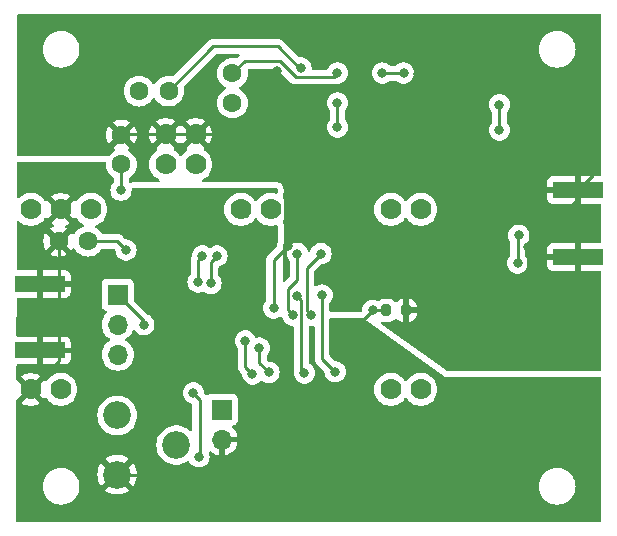
<source format=gbr>
%TF.GenerationSoftware,KiCad,Pcbnew,7.0.9*%
%TF.CreationDate,2024-08-27T22:02:00+02:00*%
%TF.ProjectId,Elektor,456c656b-746f-4722-9e6b-696361645f70,rev?*%
%TF.SameCoordinates,Original*%
%TF.FileFunction,Copper,L2,Bot*%
%TF.FilePolarity,Positive*%
%FSLAX46Y46*%
G04 Gerber Fmt 4.6, Leading zero omitted, Abs format (unit mm)*
G04 Created by KiCad (PCBNEW 7.0.9) date 2024-08-27 22:02:00*
%MOMM*%
%LPD*%
G01*
G04 APERTURE LIST*
G04 Aperture macros list*
%AMRoundRect*
0 Rectangle with rounded corners*
0 $1 Rounding radius*
0 $2 $3 $4 $5 $6 $7 $8 $9 X,Y pos of 4 corners*
0 Add a 4 corners polygon primitive as box body*
4,1,4,$2,$3,$4,$5,$6,$7,$8,$9,$2,$3,0*
0 Add four circle primitives for the rounded corners*
1,1,$1+$1,$2,$3*
1,1,$1+$1,$4,$5*
1,1,$1+$1,$6,$7*
1,1,$1+$1,$8,$9*
0 Add four rect primitives between the rounded corners*
20,1,$1+$1,$2,$3,$4,$5,0*
20,1,$1+$1,$4,$5,$6,$7,0*
20,1,$1+$1,$6,$7,$8,$9,0*
20,1,$1+$1,$8,$9,$2,$3,0*%
G04 Aperture macros list end*
%TA.AperFunction,ComponentPad*%
%ADD10C,2.340000*%
%TD*%
%TA.AperFunction,ComponentPad*%
%ADD11C,1.600000*%
%TD*%
%TA.AperFunction,SMDPad,CuDef*%
%ADD12R,4.200000X1.350000*%
%TD*%
%TA.AperFunction,ComponentPad*%
%ADD13R,1.700000X1.700000*%
%TD*%
%TA.AperFunction,ComponentPad*%
%ADD14O,1.700000X1.700000*%
%TD*%
%TA.AperFunction,ComponentPad*%
%ADD15C,1.778000*%
%TD*%
%TA.AperFunction,SMDPad,CuDef*%
%ADD16RoundRect,0.200000X-0.200000X-0.275000X0.200000X-0.275000X0.200000X0.275000X-0.200000X0.275000X0*%
%TD*%
%TA.AperFunction,ViaPad*%
%ADD17C,0.800000*%
%TD*%
%TA.AperFunction,Conductor*%
%ADD18C,0.250000*%
%TD*%
G04 APERTURE END LIST*
D10*
%TO.P,RV1,1,1*%
%TO.N,Net-(J13-In)*%
X165750000Y-93500000D03*
%TO.P,RV1,2,2*%
%TO.N,Net-(C21-Pad1)*%
X170750000Y-96000000D03*
%TO.P,RV1,3,3*%
%TO.N,GND*%
X165750000Y-98500000D03*
%TD*%
D11*
%TO.P,C18,1*%
%TO.N,5VA*%
X166116000Y-72250000D03*
%TO.P,C18,2*%
%TO.N,GNDA*%
X166116000Y-69750000D03*
%TD*%
D12*
%TO.P,J1,2,Ext*%
%TO.N,GNDA*%
X204750000Y-80075000D03*
X204750000Y-74425000D03*
%TD*%
D11*
%TO.P,C1,1*%
%TO.N,3.3V*%
X163302000Y-78740000D03*
%TO.P,C1,2*%
%TO.N,GND*%
X160802000Y-78740000D03*
%TD*%
D13*
%TO.P,J8,1,Pin_1*%
%TO.N,Net-(J8-Pin_1)*%
X174600000Y-93000000D03*
D14*
%TO.P,J8,2,Pin_2*%
%TO.N,GND*%
X174600000Y-95540000D03*
%TD*%
D13*
%TO.P,J6,1,Pin_1*%
%TO.N,Net-(J6-Pin_1)*%
X165800000Y-83275000D03*
D14*
%TO.P,J6,2,Pin_2*%
%TO.N,Net-(J6-Pin_2)*%
X165800000Y-85815000D03*
%TO.P,J6,3,Pin_3*%
%TO.N,Net-(J6-Pin_3)*%
X165800000Y-88355000D03*
%TD*%
D11*
%TO.P,C14,1*%
%TO.N,Net-(C14-Pad1)*%
X175514000Y-64536000D03*
%TO.P,C14,2*%
%TO.N,Net-(C14-Pad2)*%
X175514000Y-67036000D03*
%TD*%
%TO.P,C8,1*%
%TO.N,Net-(C8-Pad1)*%
X170100000Y-66040000D03*
%TO.P,C8,2*%
%TO.N,Net-(C8-Pad2)*%
X167600000Y-66040000D03*
%TD*%
D15*
%TO.P,U6,0,0*%
%TO.N,unconnected-(U6-Pad0)*%
X160970000Y-91300000D03*
%TO.P,U6,3V,3V*%
%TO.N,3.3V*%
X163510000Y-76060000D03*
%TO.P,U6,5V,5V*%
%TO.N,Net-(U2G-VCC)*%
X158430000Y-76060000D03*
%TO.P,U6,11,MOSI*%
%TO.N,unconnected-(U6-MOSI-Pad11)*%
X188910000Y-91300000D03*
%TO.P,U6,12,MISO*%
%TO.N,unconnected-(U6-MISO-Pad12)*%
X191450000Y-91300000D03*
%TO.P,U6,13,SCK*%
%TO.N,unconnected-(U6-SCK-Pad13)*%
X191450000Y-76060000D03*
%TO.P,U6,14,14*%
%TO.N,unconnected-(U6-Pad14)*%
X188910000Y-76060000D03*
%TO.P,U6,18,SDA*%
%TO.N,Net-(U6-SDA)*%
X178750000Y-76060000D03*
%TO.P,U6,19,SCL*%
%TO.N,Net-(U6-SCL)*%
X176210000Y-76060000D03*
%TO.P,U6,G,G*%
%TO.N,GND*%
X160970000Y-76060000D03*
%TO.P,U6,GND,GND*%
X158430000Y-91300000D03*
%TO.P,U6,INGND1,INGND1*%
%TO.N,GNDA*%
X169860000Y-69710000D03*
%TO.P,U6,INGND2,INGND2*%
X172400000Y-69710000D03*
%TO.P,U6,INL,INL*%
%TO.N,Net-(C8-Pad2)*%
X169860000Y-72250000D03*
%TO.P,U6,INR,INR*%
%TO.N,Net-(C14-Pad2)*%
X172400000Y-72250000D03*
%TD*%
D12*
%TO.P,J13,2,Ext*%
%TO.N,GND*%
X159200000Y-82350000D03*
X159200000Y-88000000D03*
%TD*%
D16*
%TO.P,R19,1*%
%TO.N,GND*%
X188550000Y-84600000D03*
%TO.P,R19,2*%
%TO.N,GNDA*%
X190200000Y-84600000D03*
%TD*%
D17*
%TO.N,GND*%
X178200000Y-86600000D03*
X175800000Y-90000000D03*
X187400000Y-84600000D03*
X176999997Y-95199997D03*
X202800000Y-93400000D03*
X186000000Y-93800000D03*
%TO.N,Net-(U3-2Z)*%
X182200000Y-85000002D03*
X183000000Y-79800000D03*
%TO.N,GNDA*%
X191400000Y-84600000D03*
X185674000Y-72644000D03*
X180194568Y-79126366D03*
X179248637Y-64337364D03*
X205750004Y-69250000D03*
X204750000Y-82000000D03*
X179000000Y-84400000D03*
X178816000Y-71120000D03*
X200500000Y-79250000D03*
X192024000Y-70612000D03*
X191200000Y-64599990D03*
X184827481Y-83983693D03*
X193250000Y-88500000D03*
X197866000Y-73406000D03*
X187198000Y-77978000D03*
%TO.N,Net-(U3-1Z)*%
X181000000Y-79800000D03*
X180600000Y-85000000D03*
%TO.N,Net-(U3-3Y)*%
X199750004Y-78250000D03*
X199663970Y-80581635D03*
%TO.N,Net-(U1-SCL)*%
X174200000Y-80000000D03*
X173685821Y-82314249D03*
%TO.N,Net-(U1-SDA)*%
X172600000Y-82200000D03*
X172965101Y-80000000D03*
%TO.N,Net-(U5B-+)*%
X184404000Y-67056000D03*
X184404000Y-69088000D03*
%TO.N,Net-(U7B-+)*%
X198108500Y-67190000D03*
X198108500Y-69329000D03*
%TO.N,3.3V*%
X172200000Y-91600000D03*
X172669747Y-97000004D03*
X166500000Y-79500000D03*
%TO.N,5VA*%
X166075992Y-74435000D03*
%TO.N,Net-(J6-Pin_1)*%
X168000000Y-85800000D03*
%TO.N,Net-(C8-Pad1)*%
X181315992Y-64076258D03*
%TO.N,Net-(C14-Pad1)*%
X188200000Y-64516000D03*
X184404000Y-64516000D03*
X190000000Y-64516000D03*
%TO.N,Net-(U2G-VCC)*%
X177199996Y-90000000D03*
X176599996Y-87200000D03*
%TO.N,Net-(U1-CLK0)*%
X177799990Y-87800000D03*
X178600000Y-89854905D03*
%TO.N,Net-(U3-1E)*%
X181600000Y-89902422D03*
X181000000Y-83400000D03*
%TO.N,Net-(U3-4E)*%
X184200000Y-89800000D03*
X183101692Y-83309660D03*
%TD*%
D18*
%TO.N,GND*%
X160802000Y-88928000D02*
X158430000Y-91300000D01*
X183000000Y-93800000D02*
X180112127Y-90912127D01*
X183000000Y-93800000D02*
X186000000Y-93800000D01*
X160802000Y-78740000D02*
X160802000Y-88928000D01*
X174600000Y-95540000D02*
X174600000Y-98150000D01*
X176800000Y-93800000D02*
X183000000Y-93800000D01*
X188550000Y-84600000D02*
X187400000Y-84600000D01*
X174250000Y-98500000D02*
X165750000Y-98500000D01*
X174600000Y-98150000D02*
X174250000Y-98500000D01*
X202200000Y-93800000D02*
X186000000Y-93800000D01*
X180112127Y-90912127D02*
X180112127Y-88512127D01*
X176800000Y-94200006D02*
X177399994Y-94800000D01*
X175800000Y-90000000D02*
X176800000Y-91000000D01*
X177399994Y-94800000D02*
X176999997Y-95199997D01*
X176800000Y-93800000D02*
X176800000Y-94200006D01*
X202600000Y-93400000D02*
X202200000Y-93800000D01*
X186000000Y-86000000D02*
X187400000Y-84600000D01*
X180112127Y-88512127D02*
X178200000Y-86600000D01*
X176800000Y-91000000D02*
X176800000Y-93000000D01*
X186000000Y-93800000D02*
X186000000Y-86000000D01*
X176800000Y-93000000D02*
X176800000Y-94200006D01*
X202800000Y-93400000D02*
X202600000Y-93400000D01*
%TO.N,Net-(U3-2Z)*%
X183000000Y-79800000D02*
X181800000Y-81000000D01*
X181800000Y-84600002D02*
X182200000Y-85000002D01*
X181800000Y-81000000D02*
X181800000Y-84600002D01*
%TO.N,GNDA*%
X168148000Y-69705144D02*
X175705144Y-69705144D01*
X179964000Y-73964000D02*
X179964000Y-78895798D01*
X204750000Y-74425000D02*
X204750000Y-75175000D01*
X179000000Y-80320934D02*
X180194568Y-79126366D01*
X194564000Y-73406000D02*
X197866000Y-73406000D01*
X185117174Y-83694000D02*
X184827481Y-83983693D01*
X166160856Y-69705144D02*
X166116000Y-69750000D01*
X192786000Y-72644000D02*
X193167000Y-72263000D01*
X193294000Y-66693990D02*
X191200000Y-64599990D01*
X204750000Y-75175000D02*
X200675000Y-79250000D01*
X179000000Y-84400000D02*
X179000000Y-80320934D01*
X206000000Y-73175000D02*
X206000000Y-69499996D01*
X185674000Y-72644000D02*
X192786000Y-72644000D01*
X201325000Y-80075000D02*
X200500000Y-79250000D01*
X192024000Y-71120000D02*
X193167000Y-72263000D01*
X200500000Y-81250000D02*
X200500000Y-79250000D01*
X193250000Y-88500000D02*
X200500000Y-81250000D01*
X185674000Y-72644000D02*
X185674000Y-76454000D01*
X191400000Y-86650000D02*
X191400000Y-84600000D01*
X200675000Y-79250000D02*
X200500000Y-79250000D01*
X187198000Y-77978000D02*
X185928000Y-79248000D01*
X168148000Y-69705144D02*
X168152856Y-69710000D01*
X168152856Y-69710000D02*
X169860000Y-69710000D01*
X168148000Y-69705144D02*
X166160856Y-69705144D01*
X204750000Y-82000000D02*
X204750000Y-80075000D01*
X179964000Y-78895798D02*
X180194568Y-79126366D01*
X193294000Y-72136000D02*
X193294000Y-66693990D01*
X193167000Y-72263000D02*
X193294000Y-72136000D01*
X204750000Y-80075000D02*
X201325000Y-80075000D01*
X193250000Y-88500000D02*
X191400000Y-86650000D01*
X190200000Y-84600000D02*
X191400000Y-84600000D01*
X178816000Y-71120000D02*
X181483000Y-68453000D01*
X206000000Y-69499996D02*
X205750004Y-69250000D01*
X185674000Y-72644000D02*
X181483000Y-68453000D01*
X185928000Y-83694000D02*
X185117174Y-83694000D01*
X193294000Y-72136000D02*
X194564000Y-73406000D01*
X185928000Y-83200000D02*
X185928000Y-83694000D01*
X179248637Y-66218637D02*
X179248637Y-64337364D01*
X185674000Y-76454000D02*
X187198000Y-77978000D01*
X185928000Y-79248000D02*
X185928000Y-83200000D01*
X175705144Y-69705144D02*
X179964000Y-73964000D01*
X204750000Y-74425000D02*
X206000000Y-73175000D01*
X192024000Y-70612000D02*
X192024000Y-71120000D01*
X181483000Y-68453000D02*
X179248637Y-66218637D01*
%TO.N,Net-(U3-1Z)*%
X180200000Y-82800000D02*
X180200000Y-84600000D01*
X181000000Y-79800000D02*
X181000000Y-82000000D01*
X180200000Y-84600000D02*
X180600000Y-85000000D01*
X181000000Y-82000000D02*
X180200000Y-82800000D01*
%TO.N,Net-(U3-3Y)*%
X199663970Y-80581635D02*
X199663970Y-78336034D01*
X199663970Y-78336034D02*
X199750004Y-78250000D01*
%TO.N,Net-(U1-SCL)*%
X173685821Y-82314249D02*
X173685821Y-80514179D01*
X173685821Y-80514179D02*
X174200000Y-80000000D01*
%TO.N,Net-(U1-SDA)*%
X172965101Y-80000000D02*
X172600000Y-80365101D01*
X172600000Y-80365101D02*
X172600000Y-82200000D01*
%TO.N,Net-(U5B-+)*%
X184404000Y-69088000D02*
X184404000Y-67056000D01*
%TO.N,Net-(U7B-+)*%
X198108500Y-67190000D02*
X198108500Y-69329000D01*
%TO.N,3.3V*%
X172750000Y-96919751D02*
X172669747Y-97000004D01*
X172200000Y-91600000D02*
X172750000Y-92150000D01*
X166500000Y-79500000D02*
X165740000Y-78740000D01*
X172750000Y-92150000D02*
X172750000Y-96919751D01*
X165740000Y-78740000D02*
X163302000Y-78740000D01*
%TO.N,5VA*%
X166116000Y-74168000D02*
X166075992Y-74208008D01*
X166075992Y-74208008D02*
X166075992Y-74435000D01*
X166116000Y-72250000D02*
X166116000Y-74168000D01*
%TO.N,Net-(J6-Pin_1)*%
X168000000Y-85800000D02*
X168000000Y-85475000D01*
X168000000Y-85475000D02*
X165800000Y-83275000D01*
%TO.N,Net-(U6-SCL)*%
X176210000Y-76060000D02*
X176784000Y-76634000D01*
%TO.N,Net-(C8-Pad1)*%
X179344000Y-62250000D02*
X181170258Y-64076258D01*
X173890000Y-62250000D02*
X179344000Y-62250000D01*
X170100000Y-66040000D02*
X173890000Y-62250000D01*
X181170258Y-64076258D02*
X181315992Y-64076258D01*
%TO.N,Net-(C14-Pad1)*%
X180858547Y-64851258D02*
X179507289Y-63500000D01*
X184068742Y-64851258D02*
X180858547Y-64851258D01*
X184404000Y-64516000D02*
X184068742Y-64851258D01*
X176550000Y-63500000D02*
X175514000Y-64536000D01*
X188200000Y-64516000D02*
X190000000Y-64516000D01*
X179507289Y-63500000D02*
X176550000Y-63500000D01*
%TO.N,Net-(U2G-VCC)*%
X176599996Y-89400000D02*
X177199996Y-90000000D01*
X176599996Y-87200000D02*
X176599996Y-89400000D01*
%TO.N,Net-(U1-CLK0)*%
X177799990Y-89054895D02*
X178600000Y-89854905D01*
X177799990Y-87800000D02*
X177799990Y-89054895D01*
%TO.N,Net-(U3-1E)*%
X181350000Y-89652422D02*
X181600000Y-89902422D01*
X181350000Y-83750000D02*
X181350000Y-89652422D01*
X181000000Y-83400000D02*
X181350000Y-83750000D01*
%TO.N,Net-(U3-4E)*%
X183101692Y-88701692D02*
X184200000Y-89800000D01*
X183101692Y-83309660D02*
X183101692Y-88701692D01*
%TD*%
%TA.AperFunction,Conductor*%
%TO.N,GNDA*%
G36*
X206693039Y-59519685D02*
G01*
X206738794Y-59572489D01*
X206750000Y-59624000D01*
X206750000Y-73126000D01*
X206730315Y-73193039D01*
X206677511Y-73238794D01*
X206626000Y-73250000D01*
X205000000Y-73250000D01*
X205000000Y-75600000D01*
X206626000Y-75600000D01*
X206693039Y-75619685D01*
X206738794Y-75672489D01*
X206750000Y-75724000D01*
X206750000Y-78776000D01*
X206730315Y-78843039D01*
X206677511Y-78888794D01*
X206626000Y-78900000D01*
X205000000Y-78900000D01*
X205000000Y-81250000D01*
X206626000Y-81250000D01*
X206693039Y-81269685D01*
X206738794Y-81322489D01*
X206750000Y-81374000D01*
X206750000Y-89620500D01*
X206730315Y-89687539D01*
X206677511Y-89733294D01*
X206626000Y-89744500D01*
X193701733Y-89744500D01*
X193634694Y-89724815D01*
X193629659Y-89721403D01*
X193582249Y-89687539D01*
X188128485Y-85791992D01*
X188085376Y-85737009D01*
X188078835Y-85667446D01*
X188110941Y-85605390D01*
X188171501Y-85570543D01*
X188216165Y-85569646D01*
X188216270Y-85568492D01*
X188222802Y-85569085D01*
X188222804Y-85569086D01*
X188293384Y-85575500D01*
X188293387Y-85575500D01*
X188806613Y-85575500D01*
X188806616Y-85575500D01*
X188877196Y-85569086D01*
X189039606Y-85518478D01*
X189185185Y-85430472D01*
X189287673Y-85327983D01*
X189348994Y-85294499D01*
X189418685Y-85299483D01*
X189463034Y-85327984D01*
X189565122Y-85430072D01*
X189710604Y-85518019D01*
X189710603Y-85518019D01*
X189872894Y-85568590D01*
X189872893Y-85568590D01*
X189943408Y-85574998D01*
X189943426Y-85574999D01*
X189949999Y-85574998D01*
X189950000Y-85574998D01*
X189950000Y-84850000D01*
X190450000Y-84850000D01*
X190450000Y-85574999D01*
X190456581Y-85574999D01*
X190527102Y-85568591D01*
X190527107Y-85568590D01*
X190689396Y-85518018D01*
X190834877Y-85430072D01*
X190955072Y-85309877D01*
X191043019Y-85164395D01*
X191093590Y-85002106D01*
X191100000Y-84931572D01*
X191100000Y-84850000D01*
X190450000Y-84850000D01*
X189950000Y-84850000D01*
X189950000Y-83625000D01*
X190450000Y-83625000D01*
X190450000Y-84350000D01*
X191099999Y-84350000D01*
X191099999Y-84268417D01*
X191093591Y-84197897D01*
X191093590Y-84197892D01*
X191043018Y-84035603D01*
X190955072Y-83890122D01*
X190834877Y-83769927D01*
X190689395Y-83681980D01*
X190689396Y-83681980D01*
X190527105Y-83631409D01*
X190527106Y-83631409D01*
X190456572Y-83625000D01*
X190450000Y-83625000D01*
X189950000Y-83625000D01*
X189949999Y-83624999D01*
X189943436Y-83625000D01*
X189943417Y-83625001D01*
X189872897Y-83631408D01*
X189872892Y-83631409D01*
X189710603Y-83681981D01*
X189565122Y-83769927D01*
X189565121Y-83769928D01*
X189463035Y-83872015D01*
X189401712Y-83905500D01*
X189332020Y-83900516D01*
X189287673Y-83872015D01*
X189185188Y-83769530D01*
X189134447Y-83738856D01*
X189039606Y-83681522D01*
X188877196Y-83630914D01*
X188877194Y-83630913D01*
X188877192Y-83630913D01*
X188827778Y-83626423D01*
X188806616Y-83624500D01*
X188293384Y-83624500D01*
X188274145Y-83626248D01*
X188222807Y-83630913D01*
X188060393Y-83681522D01*
X187914812Y-83769529D01*
X187913351Y-83770674D01*
X187912084Y-83771178D01*
X187908396Y-83773408D01*
X187908025Y-83772794D01*
X187848437Y-83796519D01*
X187786448Y-83786338D01*
X187756028Y-83772794D01*
X187679803Y-83738856D01*
X187679801Y-83738855D01*
X187679800Y-83738855D01*
X187563102Y-83714050D01*
X187494646Y-83699500D01*
X187305354Y-83699500D01*
X187272897Y-83706398D01*
X187120197Y-83738855D01*
X187120192Y-83738857D01*
X186947270Y-83815848D01*
X186947265Y-83815851D01*
X186794129Y-83927111D01*
X186667466Y-84067785D01*
X186572821Y-84231715D01*
X186572818Y-84231722D01*
X186514327Y-84411740D01*
X186514326Y-84411744D01*
X186506881Y-84482580D01*
X186496679Y-84579649D01*
X186470094Y-84644263D01*
X186461040Y-84654367D01*
X186407228Y-84708180D01*
X186345905Y-84741666D01*
X186319546Y-84744500D01*
X183851192Y-84744500D01*
X183784153Y-84724815D01*
X183738398Y-84672011D01*
X183727192Y-84620500D01*
X183727192Y-84008347D01*
X183746877Y-83941308D01*
X183759042Y-83925375D01*
X183781425Y-83900516D01*
X183834225Y-83841876D01*
X183928871Y-83677944D01*
X183987366Y-83497916D01*
X184007152Y-83309660D01*
X183987366Y-83121404D01*
X183928871Y-82941376D01*
X183834225Y-82777444D01*
X183707563Y-82636772D01*
X183652490Y-82596759D01*
X183554426Y-82525511D01*
X183554421Y-82525508D01*
X183381499Y-82448517D01*
X183381494Y-82448515D01*
X183235693Y-82417525D01*
X183196338Y-82409160D01*
X183007046Y-82409160D01*
X182974589Y-82416058D01*
X182821889Y-82448515D01*
X182821884Y-82448517D01*
X182648962Y-82525508D01*
X182648958Y-82525511D01*
X182622384Y-82544818D01*
X182556577Y-82568297D01*
X182488523Y-82552471D01*
X182439829Y-82502364D01*
X182425500Y-82444499D01*
X182425500Y-81310452D01*
X182445185Y-81243413D01*
X182461819Y-81222771D01*
X182947772Y-80736819D01*
X183009095Y-80703334D01*
X183035453Y-80700500D01*
X183094644Y-80700500D01*
X183094646Y-80700500D01*
X183279803Y-80661144D01*
X183452730Y-80584151D01*
X183456193Y-80581635D01*
X198758510Y-80581635D01*
X198778296Y-80769891D01*
X198778297Y-80769894D01*
X198836788Y-80949912D01*
X198836791Y-80949919D01*
X198931437Y-81113851D01*
X199048260Y-81243596D01*
X199058099Y-81254523D01*
X199211235Y-81365783D01*
X199211240Y-81365786D01*
X199384162Y-81442777D01*
X199384167Y-81442779D01*
X199569324Y-81482135D01*
X199569325Y-81482135D01*
X199758614Y-81482135D01*
X199758616Y-81482135D01*
X199943773Y-81442779D01*
X200116700Y-81365786D01*
X200269841Y-81254523D01*
X200396503Y-81113851D01*
X200491149Y-80949919D01*
X200549644Y-80769891D01*
X200569430Y-80581635D01*
X200549644Y-80393379D01*
X200527426Y-80325000D01*
X202150000Y-80325000D01*
X202150000Y-80797844D01*
X202156401Y-80857372D01*
X202156403Y-80857379D01*
X202206645Y-80992086D01*
X202206649Y-80992093D01*
X202292809Y-81107187D01*
X202292812Y-81107190D01*
X202407906Y-81193350D01*
X202407913Y-81193354D01*
X202542620Y-81243596D01*
X202542627Y-81243598D01*
X202602155Y-81249999D01*
X202602172Y-81250000D01*
X204500000Y-81250000D01*
X204500000Y-80325000D01*
X202150000Y-80325000D01*
X200527426Y-80325000D01*
X200491149Y-80213351D01*
X200396503Y-80049419D01*
X200321320Y-79965919D01*
X200291090Y-79902927D01*
X200289470Y-79882947D01*
X200289470Y-79825000D01*
X202150000Y-79825000D01*
X204500000Y-79825000D01*
X204500000Y-78900000D01*
X202602155Y-78900000D01*
X202542627Y-78906401D01*
X202542620Y-78906403D01*
X202407913Y-78956645D01*
X202407906Y-78956649D01*
X202292812Y-79042809D01*
X202292809Y-79042812D01*
X202206649Y-79157906D01*
X202206645Y-79157913D01*
X202156403Y-79292620D01*
X202156401Y-79292627D01*
X202150000Y-79352155D01*
X202150000Y-79825000D01*
X200289470Y-79825000D01*
X200289470Y-79034314D01*
X200309155Y-78967275D01*
X200340586Y-78933995D01*
X200355875Y-78922888D01*
X200482537Y-78782216D01*
X200577183Y-78618284D01*
X200635678Y-78438256D01*
X200655464Y-78250000D01*
X200635678Y-78061744D01*
X200577183Y-77881716D01*
X200482537Y-77717784D01*
X200355875Y-77577112D01*
X200355874Y-77577111D01*
X200202738Y-77465851D01*
X200202733Y-77465848D01*
X200029811Y-77388857D01*
X200029806Y-77388855D01*
X199884005Y-77357865D01*
X199844650Y-77349500D01*
X199655358Y-77349500D01*
X199622901Y-77356398D01*
X199470201Y-77388855D01*
X199470196Y-77388857D01*
X199297274Y-77465848D01*
X199297269Y-77465851D01*
X199144133Y-77577111D01*
X199017470Y-77717785D01*
X198922825Y-77881715D01*
X198922822Y-77881722D01*
X198864331Y-78061740D01*
X198864330Y-78061744D01*
X198844544Y-78250000D01*
X198864330Y-78438256D01*
X198864331Y-78438259D01*
X198922822Y-78618277D01*
X198922825Y-78618284D01*
X199020720Y-78787844D01*
X199018553Y-78789095D01*
X199038266Y-78844293D01*
X199038470Y-78851408D01*
X199038470Y-79882947D01*
X199018785Y-79949986D01*
X199006620Y-79965919D01*
X198931436Y-80049419D01*
X198836791Y-80213350D01*
X198836788Y-80213357D01*
X198778297Y-80393375D01*
X198778296Y-80393379D01*
X198758510Y-80581635D01*
X183456193Y-80581635D01*
X183605871Y-80472888D01*
X183732533Y-80332216D01*
X183827179Y-80168284D01*
X183885674Y-79988256D01*
X183905460Y-79800000D01*
X183885674Y-79611744D01*
X183827179Y-79431716D01*
X183732533Y-79267784D01*
X183605871Y-79127112D01*
X183605870Y-79127111D01*
X183452734Y-79015851D01*
X183452729Y-79015848D01*
X183279807Y-78938857D01*
X183279802Y-78938855D01*
X183127113Y-78906401D01*
X183094646Y-78899500D01*
X182905354Y-78899500D01*
X182872897Y-78906398D01*
X182720197Y-78938855D01*
X182720192Y-78938857D01*
X182547270Y-79015848D01*
X182547265Y-79015851D01*
X182394129Y-79127111D01*
X182267466Y-79267785D01*
X182172821Y-79431715D01*
X182172818Y-79431722D01*
X182117931Y-79600648D01*
X182078493Y-79658324D01*
X182014135Y-79685522D01*
X181945288Y-79673607D01*
X181893813Y-79626363D01*
X181882069Y-79600648D01*
X181827181Y-79431722D01*
X181827180Y-79431721D01*
X181827179Y-79431716D01*
X181732533Y-79267784D01*
X181605871Y-79127112D01*
X181605870Y-79127111D01*
X181452734Y-79015851D01*
X181452729Y-79015848D01*
X181279807Y-78938857D01*
X181279802Y-78938855D01*
X181127113Y-78906401D01*
X181094646Y-78899500D01*
X180905354Y-78899500D01*
X180872897Y-78906398D01*
X180720197Y-78938855D01*
X180720192Y-78938857D01*
X180547270Y-79015848D01*
X180547265Y-79015851D01*
X180394129Y-79127111D01*
X180267466Y-79267785D01*
X180172821Y-79431715D01*
X180172818Y-79431722D01*
X180143084Y-79523235D01*
X180114326Y-79611744D01*
X180094540Y-79800000D01*
X180114326Y-79988256D01*
X180114327Y-79988259D01*
X180172818Y-80168277D01*
X180172821Y-80168284D01*
X180267467Y-80332216D01*
X180310772Y-80380310D01*
X180342650Y-80415715D01*
X180372880Y-80478706D01*
X180374500Y-80498687D01*
X180374500Y-81689546D01*
X180354815Y-81756585D01*
X180338181Y-81777227D01*
X179961681Y-82153727D01*
X179900358Y-82187212D01*
X179830666Y-82182228D01*
X179774733Y-82140356D01*
X179750316Y-82074892D01*
X179750000Y-82066046D01*
X179750000Y-79344073D01*
X179758351Y-79301838D01*
X179757895Y-79301696D01*
X179757883Y-79301693D01*
X179757883Y-79301692D01*
X179757700Y-79301635D01*
X179758729Y-79298345D01*
X179793977Y-79158856D01*
X179793978Y-79158853D01*
X179804708Y-79056746D01*
X179810102Y-79031381D01*
X179810892Y-79028951D01*
X179830582Y-78944024D01*
X179830582Y-78944025D01*
X179836413Y-78903086D01*
X179837524Y-78897280D01*
X179838850Y-78891794D01*
X179840318Y-78876262D01*
X179840318Y-78876251D01*
X179840347Y-78875947D01*
X179840693Y-78873028D01*
X179840958Y-78871164D01*
X179841018Y-78867872D01*
X179842471Y-78854726D01*
X179843046Y-78844293D01*
X179844000Y-78826955D01*
X179844000Y-77488854D01*
X179842884Y-77465134D01*
X179839587Y-77430146D01*
X179832920Y-77383155D01*
X179786203Y-77247071D01*
X179763642Y-77203038D01*
X179750000Y-77146495D01*
X179750000Y-77073679D01*
X179769685Y-77006640D01*
X179782770Y-76989696D01*
X179850269Y-76916373D01*
X179976217Y-76723595D01*
X180068717Y-76512716D01*
X180125246Y-76289488D01*
X180144262Y-76060005D01*
X187515738Y-76060005D01*
X187534753Y-76289484D01*
X187591282Y-76512714D01*
X187683782Y-76723594D01*
X187809728Y-76916370D01*
X187809731Y-76916373D01*
X187965692Y-77085792D01*
X188031948Y-77137361D01*
X188137042Y-77219159D01*
X188147411Y-77227229D01*
X188349931Y-77336828D01*
X188463025Y-77375653D01*
X188567725Y-77411597D01*
X188567727Y-77411597D01*
X188567729Y-77411598D01*
X188794863Y-77449500D01*
X188794864Y-77449500D01*
X189025136Y-77449500D01*
X189025137Y-77449500D01*
X189252271Y-77411598D01*
X189470069Y-77336828D01*
X189672589Y-77227229D01*
X189854308Y-77085792D01*
X190010269Y-76916373D01*
X190076191Y-76815472D01*
X190129337Y-76770115D01*
X190198569Y-76760691D01*
X190261905Y-76790193D01*
X190283809Y-76815472D01*
X190349728Y-76916370D01*
X190349731Y-76916373D01*
X190505692Y-77085792D01*
X190571948Y-77137361D01*
X190677042Y-77219159D01*
X190687411Y-77227229D01*
X190889931Y-77336828D01*
X191003025Y-77375653D01*
X191107725Y-77411597D01*
X191107727Y-77411597D01*
X191107729Y-77411598D01*
X191334863Y-77449500D01*
X191334864Y-77449500D01*
X191565136Y-77449500D01*
X191565137Y-77449500D01*
X191792271Y-77411598D01*
X192010069Y-77336828D01*
X192212589Y-77227229D01*
X192394308Y-77085792D01*
X192550269Y-76916373D01*
X192676217Y-76723595D01*
X192768717Y-76512716D01*
X192825246Y-76289488D01*
X192844262Y-76060000D01*
X192825246Y-75830512D01*
X192768717Y-75607284D01*
X192676217Y-75396405D01*
X192550271Y-75203629D01*
X192498917Y-75147844D01*
X192394308Y-75034208D01*
X192298445Y-74959595D01*
X192212591Y-74892772D01*
X192010069Y-74783172D01*
X192010061Y-74783169D01*
X191792274Y-74708402D01*
X191621920Y-74679975D01*
X191592105Y-74675000D01*
X202150000Y-74675000D01*
X202150000Y-75147844D01*
X202156401Y-75207372D01*
X202156403Y-75207379D01*
X202206645Y-75342086D01*
X202206649Y-75342093D01*
X202292809Y-75457187D01*
X202292812Y-75457190D01*
X202407906Y-75543350D01*
X202407913Y-75543354D01*
X202542620Y-75593596D01*
X202542627Y-75593598D01*
X202602155Y-75599999D01*
X202602172Y-75600000D01*
X204500000Y-75600000D01*
X204500000Y-74675000D01*
X202150000Y-74675000D01*
X191592105Y-74675000D01*
X191565137Y-74670500D01*
X191334863Y-74670500D01*
X191307896Y-74675000D01*
X191107725Y-74708402D01*
X190889938Y-74783169D01*
X190889930Y-74783172D01*
X190687408Y-74892772D01*
X190505694Y-75034206D01*
X190505689Y-75034211D01*
X190349727Y-75203630D01*
X190283808Y-75304528D01*
X190230662Y-75349884D01*
X190161431Y-75359308D01*
X190098095Y-75329806D01*
X190076192Y-75304528D01*
X190010272Y-75203630D01*
X189958917Y-75147844D01*
X189854308Y-75034208D01*
X189758445Y-74959595D01*
X189672591Y-74892772D01*
X189470069Y-74783172D01*
X189470061Y-74783169D01*
X189252274Y-74708402D01*
X189081920Y-74679975D01*
X189025137Y-74670500D01*
X188794863Y-74670500D01*
X188767896Y-74675000D01*
X188567725Y-74708402D01*
X188349938Y-74783169D01*
X188349930Y-74783172D01*
X188147408Y-74892772D01*
X187965694Y-75034206D01*
X187965689Y-75034211D01*
X187809728Y-75203629D01*
X187683782Y-75396405D01*
X187591282Y-75607285D01*
X187534753Y-75830515D01*
X187515738Y-76059994D01*
X187515738Y-76060005D01*
X180144262Y-76060005D01*
X180144262Y-76060000D01*
X180125246Y-75830512D01*
X180068717Y-75607284D01*
X179976217Y-75396405D01*
X179850269Y-75203626D01*
X179850267Y-75203624D01*
X179782770Y-75130302D01*
X179751848Y-75067648D01*
X179750000Y-75046320D01*
X179750000Y-74973579D01*
X179761206Y-74922066D01*
X179803838Y-74828718D01*
X179823523Y-74761679D01*
X179823524Y-74761675D01*
X179844000Y-74619259D01*
X179844000Y-74374000D01*
X179832447Y-74266544D01*
X179821241Y-74215033D01*
X179807917Y-74175000D01*
X202150000Y-74175000D01*
X204500000Y-74175000D01*
X204500000Y-73250000D01*
X202602155Y-73250000D01*
X202542627Y-73256401D01*
X202542620Y-73256403D01*
X202407913Y-73306645D01*
X202407906Y-73306649D01*
X202292812Y-73392809D01*
X202292809Y-73392812D01*
X202206649Y-73507906D01*
X202206645Y-73507913D01*
X202156403Y-73642620D01*
X202156401Y-73642627D01*
X202150000Y-73702155D01*
X202150000Y-74175000D01*
X179807917Y-74175000D01*
X179787116Y-74112502D01*
X179787113Y-74112496D01*
X179709328Y-73991462D01*
X179709325Y-73991457D01*
X179709320Y-73991451D01*
X179663576Y-73938659D01*
X179663572Y-73938656D01*
X179663570Y-73938653D01*
X179554836Y-73844433D01*
X179554833Y-73844431D01*
X179554831Y-73844430D01*
X179423965Y-73784664D01*
X179423960Y-73784662D01*
X179423959Y-73784662D01*
X179399153Y-73777378D01*
X179356925Y-73764978D01*
X179356919Y-73764976D01*
X179271466Y-73752690D01*
X179214500Y-73744500D01*
X173047512Y-73744500D01*
X172980473Y-73724815D01*
X172934718Y-73672011D01*
X172924774Y-73602853D01*
X172953799Y-73539297D01*
X172988494Y-73511445D01*
X173162589Y-73417229D01*
X173344308Y-73275792D01*
X173500269Y-73106373D01*
X173626217Y-72913595D01*
X173718717Y-72702716D01*
X173775246Y-72479488D01*
X173794262Y-72250000D01*
X173775246Y-72020512D01*
X173718717Y-71797284D01*
X173626217Y-71586405D01*
X173598120Y-71543399D01*
X173500271Y-71393629D01*
X173473355Y-71364390D01*
X173344308Y-71224208D01*
X173209689Y-71119430D01*
X173158541Y-71079620D01*
X173159428Y-71078480D01*
X173118363Y-71030366D01*
X173108938Y-70961135D01*
X173138437Y-70897798D01*
X173158572Y-70880352D01*
X173158267Y-70879960D01*
X173190959Y-70854514D01*
X173190959Y-70854512D01*
X172532533Y-70196086D01*
X172542315Y-70194680D01*
X172673100Y-70134952D01*
X172781761Y-70040798D01*
X172859493Y-69919844D01*
X172883076Y-69839524D01*
X173543238Y-70499686D01*
X173625774Y-70373357D01*
X173718242Y-70162553D01*
X173774750Y-69939408D01*
X173774752Y-69939396D01*
X173793760Y-69710005D01*
X173793760Y-69709994D01*
X173774752Y-69480603D01*
X173774750Y-69480591D01*
X173718242Y-69257446D01*
X173643916Y-69088000D01*
X183498540Y-69088000D01*
X183518326Y-69276256D01*
X183518327Y-69276259D01*
X183576818Y-69456277D01*
X183576821Y-69456284D01*
X183671467Y-69620216D01*
X183788325Y-69750000D01*
X183798129Y-69760888D01*
X183951265Y-69872148D01*
X183951270Y-69872151D01*
X184124192Y-69949142D01*
X184124197Y-69949144D01*
X184309354Y-69988500D01*
X184309355Y-69988500D01*
X184498644Y-69988500D01*
X184498646Y-69988500D01*
X184683803Y-69949144D01*
X184856730Y-69872151D01*
X185009871Y-69760888D01*
X185136533Y-69620216D01*
X185231179Y-69456284D01*
X185272536Y-69329000D01*
X197203040Y-69329000D01*
X197222826Y-69517256D01*
X197222827Y-69517259D01*
X197281318Y-69697277D01*
X197281321Y-69697284D01*
X197375967Y-69861216D01*
X197446361Y-69939396D01*
X197502629Y-70001888D01*
X197655765Y-70113148D01*
X197655770Y-70113151D01*
X197828692Y-70190142D01*
X197828697Y-70190144D01*
X198013854Y-70229500D01*
X198013855Y-70229500D01*
X198203144Y-70229500D01*
X198203146Y-70229500D01*
X198388303Y-70190144D01*
X198561230Y-70113151D01*
X198714371Y-70001888D01*
X198841033Y-69861216D01*
X198935679Y-69697284D01*
X198994174Y-69517256D01*
X199013960Y-69329000D01*
X198994174Y-69140744D01*
X198935679Y-68960716D01*
X198841033Y-68796784D01*
X198765850Y-68713284D01*
X198735620Y-68650292D01*
X198734000Y-68630312D01*
X198734000Y-67888687D01*
X198753685Y-67821648D01*
X198765850Y-67805715D01*
X198784391Y-67785122D01*
X198841033Y-67722216D01*
X198935679Y-67558284D01*
X198994174Y-67378256D01*
X199013960Y-67190000D01*
X198994174Y-67001744D01*
X198935679Y-66821716D01*
X198841033Y-66657784D01*
X198714371Y-66517112D01*
X198714370Y-66517111D01*
X198561234Y-66405851D01*
X198561229Y-66405848D01*
X198388307Y-66328857D01*
X198388302Y-66328855D01*
X198242501Y-66297865D01*
X198203146Y-66289500D01*
X198013854Y-66289500D01*
X197981397Y-66296398D01*
X197828697Y-66328855D01*
X197828692Y-66328857D01*
X197655770Y-66405848D01*
X197655765Y-66405851D01*
X197502629Y-66517111D01*
X197375966Y-66657785D01*
X197281321Y-66821715D01*
X197281318Y-66821722D01*
X197262662Y-66879141D01*
X197222826Y-67001744D01*
X197203040Y-67190000D01*
X197222826Y-67378256D01*
X197222827Y-67378259D01*
X197281318Y-67558277D01*
X197281321Y-67558284D01*
X197375967Y-67722216D01*
X197419272Y-67770310D01*
X197451150Y-67805715D01*
X197481380Y-67868706D01*
X197483000Y-67888687D01*
X197483000Y-68630312D01*
X197463315Y-68697351D01*
X197451150Y-68713284D01*
X197375966Y-68796784D01*
X197281321Y-68960715D01*
X197281318Y-68960722D01*
X197222827Y-69140740D01*
X197222826Y-69140744D01*
X197203040Y-69329000D01*
X185272536Y-69329000D01*
X185289674Y-69276256D01*
X185309460Y-69088000D01*
X185289674Y-68899744D01*
X185231179Y-68719716D01*
X185136533Y-68555784D01*
X185107675Y-68523734D01*
X185061350Y-68472284D01*
X185031120Y-68409292D01*
X185029500Y-68389312D01*
X185029500Y-67754687D01*
X185049185Y-67687648D01*
X185061350Y-67671715D01*
X185079891Y-67651122D01*
X185136533Y-67588216D01*
X185231179Y-67424284D01*
X185289674Y-67244256D01*
X185309460Y-67056000D01*
X185289674Y-66867744D01*
X185231179Y-66687716D01*
X185136533Y-66523784D01*
X185009871Y-66383112D01*
X185009870Y-66383111D01*
X184856734Y-66271851D01*
X184856729Y-66271848D01*
X184683807Y-66194857D01*
X184683802Y-66194855D01*
X184538001Y-66163865D01*
X184498646Y-66155500D01*
X184309354Y-66155500D01*
X184276897Y-66162398D01*
X184124197Y-66194855D01*
X184124192Y-66194857D01*
X183951270Y-66271848D01*
X183951265Y-66271851D01*
X183798129Y-66383111D01*
X183671466Y-66523785D01*
X183576821Y-66687715D01*
X183576818Y-66687722D01*
X183518327Y-66867740D01*
X183518326Y-66867744D01*
X183498540Y-67056000D01*
X183518326Y-67244256D01*
X183518327Y-67244259D01*
X183576818Y-67424277D01*
X183576821Y-67424284D01*
X183671467Y-67588216D01*
X183714772Y-67636310D01*
X183746650Y-67671715D01*
X183776880Y-67734706D01*
X183778500Y-67754687D01*
X183778500Y-68389312D01*
X183758815Y-68456351D01*
X183746650Y-68472284D01*
X183671466Y-68555784D01*
X183576821Y-68719715D01*
X183576818Y-68719722D01*
X183518327Y-68899740D01*
X183518326Y-68899744D01*
X183498540Y-69088000D01*
X173643916Y-69088000D01*
X173625775Y-69046644D01*
X173543238Y-68920312D01*
X172883076Y-69580475D01*
X172859493Y-69500156D01*
X172781761Y-69379202D01*
X172673100Y-69285048D01*
X172542315Y-69225320D01*
X172532533Y-69223913D01*
X173190959Y-68565487D01*
X173190959Y-68565485D01*
X173162318Y-68543194D01*
X172959867Y-68433632D01*
X172959859Y-68433629D01*
X172742150Y-68358889D01*
X172515095Y-68321000D01*
X172284905Y-68321000D01*
X172057849Y-68358889D01*
X171840140Y-68433629D01*
X171840132Y-68433632D01*
X171637681Y-68543194D01*
X171609039Y-68565485D01*
X171609039Y-68565486D01*
X172267466Y-69223913D01*
X172257685Y-69225320D01*
X172126900Y-69285048D01*
X172018239Y-69379202D01*
X171940507Y-69500156D01*
X171916923Y-69580476D01*
X171256759Y-68920312D01*
X171233807Y-68955443D01*
X171180661Y-69000800D01*
X171111429Y-69010223D01*
X171048094Y-68980720D01*
X171026190Y-68955442D01*
X171003238Y-68920312D01*
X170343076Y-69580475D01*
X170319493Y-69500156D01*
X170241761Y-69379202D01*
X170133100Y-69285048D01*
X170002315Y-69225320D01*
X169992533Y-69223913D01*
X170650959Y-68565487D01*
X170650959Y-68565485D01*
X170622318Y-68543194D01*
X170419867Y-68433632D01*
X170419859Y-68433629D01*
X170202150Y-68358889D01*
X169975095Y-68321000D01*
X169744905Y-68321000D01*
X169517849Y-68358889D01*
X169300140Y-68433629D01*
X169300132Y-68433632D01*
X169097681Y-68543194D01*
X169069039Y-68565485D01*
X169069039Y-68565486D01*
X169727466Y-69223913D01*
X169717685Y-69225320D01*
X169586900Y-69285048D01*
X169478239Y-69379202D01*
X169400507Y-69500156D01*
X169376923Y-69580476D01*
X168716760Y-68920313D01*
X168634224Y-69046644D01*
X168541757Y-69257446D01*
X168485249Y-69480591D01*
X168485247Y-69480603D01*
X168466240Y-69709994D01*
X168466240Y-69710005D01*
X168485247Y-69939396D01*
X168485249Y-69939408D01*
X168541757Y-70162553D01*
X168634224Y-70373355D01*
X168716759Y-70499685D01*
X169376922Y-69839523D01*
X169400507Y-69919844D01*
X169478239Y-70040798D01*
X169586900Y-70134952D01*
X169717685Y-70194680D01*
X169727466Y-70196086D01*
X169069038Y-70854512D01*
X169069039Y-70854513D01*
X169101733Y-70879960D01*
X169100787Y-70881174D01*
X169141635Y-70929033D01*
X169151062Y-70998264D01*
X169121562Y-71061601D01*
X169101181Y-71079263D01*
X169101459Y-71079620D01*
X168915694Y-71224206D01*
X168915689Y-71224211D01*
X168759728Y-71393629D01*
X168633782Y-71586405D01*
X168541282Y-71797285D01*
X168484753Y-72020515D01*
X168465738Y-72249994D01*
X168465738Y-72250005D01*
X168484753Y-72479484D01*
X168541282Y-72702714D01*
X168633782Y-72913594D01*
X168759728Y-73106370D01*
X168759731Y-73106373D01*
X168915692Y-73275792D01*
X169097411Y-73417229D01*
X169264979Y-73507913D01*
X169271506Y-73511445D01*
X169321096Y-73560665D01*
X169336204Y-73628882D01*
X169312033Y-73694437D01*
X169256257Y-73736518D01*
X169212488Y-73744500D01*
X167099718Y-73744500D01*
X166966571Y-73762351D01*
X166966569Y-73762351D01*
X166906661Y-73778709D01*
X166836804Y-73777378D01*
X166778757Y-73738490D01*
X166750948Y-73674393D01*
X166750000Y-73659088D01*
X166750000Y-73458236D01*
X166769685Y-73391197D01*
X166802877Y-73356661D01*
X166874308Y-73306645D01*
X166955139Y-73250047D01*
X167116047Y-73089139D01*
X167246568Y-72902734D01*
X167342739Y-72696496D01*
X167401635Y-72476692D01*
X167421468Y-72250000D01*
X167421467Y-72249994D01*
X167401635Y-72023313D01*
X167401635Y-72023308D01*
X167342739Y-71803504D01*
X167246568Y-71597266D01*
X167116047Y-71410861D01*
X167116045Y-71410858D01*
X166955141Y-71249954D01*
X166768734Y-71119432D01*
X166768730Y-71119430D01*
X166753022Y-71112105D01*
X166700583Y-71065931D01*
X166681433Y-70998737D01*
X166701650Y-70931857D01*
X166753028Y-70887340D01*
X166768481Y-70880134D01*
X166841472Y-70829025D01*
X166160401Y-70147953D01*
X166241148Y-70135165D01*
X166354045Y-70077641D01*
X166443641Y-69988045D01*
X166501165Y-69875148D01*
X166513953Y-69794400D01*
X167195025Y-70475472D01*
X167246136Y-70402478D01*
X167342264Y-70196331D01*
X167342269Y-70196317D01*
X167401139Y-69976610D01*
X167401141Y-69976599D01*
X167420966Y-69750002D01*
X167420966Y-69749997D01*
X167401141Y-69523400D01*
X167401139Y-69523389D01*
X167342269Y-69303682D01*
X167342265Y-69303673D01*
X167246133Y-69097516D01*
X167246131Y-69097512D01*
X167195026Y-69024526D01*
X167195025Y-69024526D01*
X166513953Y-69705598D01*
X166501165Y-69624852D01*
X166443641Y-69511955D01*
X166354045Y-69422359D01*
X166241148Y-69364835D01*
X166160400Y-69352046D01*
X166841472Y-68670974D01*
X166841471Y-68670973D01*
X166768483Y-68619866D01*
X166768481Y-68619865D01*
X166562326Y-68523734D01*
X166562317Y-68523730D01*
X166342610Y-68464860D01*
X166342599Y-68464858D01*
X166116002Y-68445034D01*
X166115998Y-68445034D01*
X165889400Y-68464858D01*
X165889389Y-68464860D01*
X165669682Y-68523730D01*
X165669673Y-68523734D01*
X165463513Y-68619868D01*
X165390527Y-68670972D01*
X165390526Y-68670973D01*
X166071600Y-69352046D01*
X165990852Y-69364835D01*
X165877955Y-69422359D01*
X165788359Y-69511955D01*
X165730835Y-69624852D01*
X165718046Y-69705599D01*
X165036973Y-69024526D01*
X165036972Y-69024527D01*
X164985868Y-69097513D01*
X164889734Y-69303673D01*
X164889730Y-69303682D01*
X164830860Y-69523389D01*
X164830858Y-69523400D01*
X164811034Y-69749997D01*
X164811034Y-69750002D01*
X164830858Y-69976599D01*
X164830860Y-69976610D01*
X164889730Y-70196317D01*
X164889734Y-70196326D01*
X164985865Y-70402481D01*
X164985866Y-70402483D01*
X165036973Y-70475471D01*
X165036974Y-70475472D01*
X165718046Y-69794399D01*
X165730835Y-69875148D01*
X165788359Y-69988045D01*
X165877955Y-70077641D01*
X165990852Y-70135165D01*
X166071599Y-70147953D01*
X165390526Y-70829025D01*
X165390526Y-70829026D01*
X165463512Y-70880131D01*
X165463515Y-70880132D01*
X165478974Y-70887341D01*
X165531414Y-70933513D01*
X165550567Y-71000706D01*
X165530352Y-71067587D01*
X165478978Y-71112105D01*
X165463269Y-71119430D01*
X165463265Y-71119432D01*
X165276858Y-71249954D01*
X165115956Y-71410856D01*
X165058731Y-71492582D01*
X165004153Y-71536207D01*
X164934655Y-71543399D01*
X164910818Y-71535883D01*
X164910696Y-71536211D01*
X164906555Y-71534666D01*
X164839507Y-71514978D01*
X164839501Y-71514976D01*
X164754048Y-71502690D01*
X164697082Y-71494500D01*
X157374000Y-71494500D01*
X157306961Y-71474815D01*
X157261206Y-71422011D01*
X157250000Y-71370500D01*
X157250000Y-66040001D01*
X166294532Y-66040001D01*
X166314364Y-66266686D01*
X166314366Y-66266697D01*
X166373258Y-66486488D01*
X166373261Y-66486497D01*
X166469431Y-66692732D01*
X166469432Y-66692734D01*
X166599954Y-66879141D01*
X166760858Y-67040045D01*
X166760861Y-67040047D01*
X166947266Y-67170568D01*
X167153504Y-67266739D01*
X167373308Y-67325635D01*
X167535230Y-67339801D01*
X167599998Y-67345468D01*
X167600000Y-67345468D01*
X167600002Y-67345468D01*
X167656673Y-67340509D01*
X167826692Y-67325635D01*
X168046496Y-67266739D01*
X168252734Y-67170568D01*
X168439139Y-67040047D01*
X168600047Y-66879139D01*
X168730568Y-66692734D01*
X168737618Y-66677614D01*
X168783789Y-66625176D01*
X168850982Y-66606023D01*
X168917864Y-66626238D01*
X168962381Y-66677614D01*
X168969432Y-66692733D01*
X168969432Y-66692734D01*
X169099954Y-66879141D01*
X169260858Y-67040045D01*
X169260861Y-67040047D01*
X169447266Y-67170568D01*
X169653504Y-67266739D01*
X169873308Y-67325635D01*
X170035230Y-67339801D01*
X170099998Y-67345468D01*
X170100000Y-67345468D01*
X170100002Y-67345468D01*
X170156673Y-67340509D01*
X170326692Y-67325635D01*
X170546496Y-67266739D01*
X170752734Y-67170568D01*
X170939139Y-67040047D01*
X171100047Y-66879139D01*
X171230568Y-66692734D01*
X171326739Y-66486496D01*
X171385635Y-66266692D01*
X171405468Y-66040000D01*
X171385635Y-65813308D01*
X171367318Y-65744948D01*
X171368981Y-65675103D01*
X171399410Y-65625179D01*
X174112772Y-62911819D01*
X174174095Y-62878334D01*
X174200453Y-62875500D01*
X175990546Y-62875500D01*
X176057585Y-62895185D01*
X176103340Y-62947989D01*
X176113284Y-63017147D01*
X176084259Y-63080703D01*
X176078240Y-63087167D01*
X176002039Y-63163369D01*
X175928821Y-63236587D01*
X175867498Y-63270071D01*
X175809048Y-63268680D01*
X175740697Y-63250366D01*
X175740693Y-63250365D01*
X175740692Y-63250365D01*
X175583209Y-63236587D01*
X175514001Y-63230532D01*
X175513998Y-63230532D01*
X175287313Y-63250364D01*
X175287302Y-63250366D01*
X175067511Y-63309258D01*
X175067502Y-63309261D01*
X174861267Y-63405431D01*
X174861265Y-63405432D01*
X174674858Y-63535954D01*
X174513954Y-63696858D01*
X174383432Y-63883265D01*
X174383431Y-63883267D01*
X174287261Y-64089502D01*
X174287258Y-64089511D01*
X174228366Y-64309302D01*
X174228364Y-64309313D01*
X174208532Y-64535998D01*
X174208532Y-64536001D01*
X174228364Y-64762686D01*
X174228366Y-64762697D01*
X174287258Y-64982488D01*
X174287261Y-64982497D01*
X174383431Y-65188732D01*
X174383432Y-65188734D01*
X174513954Y-65375141D01*
X174674858Y-65536045D01*
X174674861Y-65536047D01*
X174861266Y-65666568D01*
X174876387Y-65673619D01*
X174928825Y-65719791D01*
X174947976Y-65786985D01*
X174927760Y-65853866D01*
X174876387Y-65898380D01*
X174861266Y-65905432D01*
X174861264Y-65905433D01*
X174674858Y-66035954D01*
X174513954Y-66196858D01*
X174383432Y-66383265D01*
X174383431Y-66383267D01*
X174287261Y-66589502D01*
X174287258Y-66589511D01*
X174228366Y-66809302D01*
X174228364Y-66809313D01*
X174208532Y-67035998D01*
X174208532Y-67036001D01*
X174228364Y-67262686D01*
X174228366Y-67262697D01*
X174287258Y-67482488D01*
X174287261Y-67482497D01*
X174383431Y-67688732D01*
X174383432Y-67688734D01*
X174513954Y-67875141D01*
X174674858Y-68036045D01*
X174674861Y-68036047D01*
X174861266Y-68166568D01*
X175067504Y-68262739D01*
X175287308Y-68321635D01*
X175449230Y-68335801D01*
X175513998Y-68341468D01*
X175514000Y-68341468D01*
X175514002Y-68341468D01*
X175570673Y-68336509D01*
X175740692Y-68321635D01*
X175960496Y-68262739D01*
X176166734Y-68166568D01*
X176353139Y-68036047D01*
X176514047Y-67875139D01*
X176644568Y-67688734D01*
X176740739Y-67482496D01*
X176799635Y-67262692D01*
X176819468Y-67036000D01*
X176799635Y-66809308D01*
X176740739Y-66589504D01*
X176644568Y-66383266D01*
X176514047Y-66196861D01*
X176514045Y-66196858D01*
X176353141Y-66035954D01*
X176166734Y-65905432D01*
X176151614Y-65898381D01*
X176099176Y-65852211D01*
X176080023Y-65785018D01*
X176100238Y-65718136D01*
X176151614Y-65673618D01*
X176166734Y-65666568D01*
X176353139Y-65536047D01*
X176514047Y-65375139D01*
X176644568Y-65188734D01*
X176740739Y-64982496D01*
X176799635Y-64762692D01*
X176819468Y-64536000D01*
X176799635Y-64309308D01*
X176792209Y-64281592D01*
X176793872Y-64211743D01*
X176833035Y-64153880D01*
X176897264Y-64126377D01*
X176911984Y-64125500D01*
X179196837Y-64125500D01*
X179263876Y-64145185D01*
X179284518Y-64161819D01*
X180357744Y-65235046D01*
X180367569Y-65247309D01*
X180367790Y-65247127D01*
X180372761Y-65253136D01*
X180398764Y-65277553D01*
X180423182Y-65300484D01*
X180444076Y-65321378D01*
X180449558Y-65325631D01*
X180453990Y-65329415D01*
X180487965Y-65361320D01*
X180505523Y-65370972D01*
X180521782Y-65381653D01*
X180537611Y-65393931D01*
X180580385Y-65412440D01*
X180585603Y-65414996D01*
X180626455Y-65437455D01*
X180645863Y-65442438D01*
X180664264Y-65448738D01*
X180682651Y-65456695D01*
X180726035Y-65463566D01*
X180728666Y-65463983D01*
X180734386Y-65465167D01*
X180779528Y-65476758D01*
X180799563Y-65476758D01*
X180818961Y-65478284D01*
X180838741Y-65481417D01*
X180838742Y-65481418D01*
X180838742Y-65481417D01*
X180838743Y-65481418D01*
X180885131Y-65477033D01*
X180890969Y-65476758D01*
X183985999Y-65476758D01*
X184001619Y-65478482D01*
X184001646Y-65478197D01*
X184009402Y-65478929D01*
X184009409Y-65478931D01*
X184078556Y-65476758D01*
X184108092Y-65476758D01*
X184114970Y-65475888D01*
X184120783Y-65475430D01*
X184167369Y-65473967D01*
X184186611Y-65468375D01*
X184205654Y-65464432D01*
X184225534Y-65461922D01*
X184268864Y-65444765D01*
X184274388Y-65442875D01*
X184277115Y-65442082D01*
X184319132Y-65429876D01*
X184319138Y-65429872D01*
X184326293Y-65426777D01*
X184327552Y-65429687D01*
X184375672Y-65416500D01*
X184498644Y-65416500D01*
X184498646Y-65416500D01*
X184683803Y-65377144D01*
X184856730Y-65300151D01*
X185009871Y-65188888D01*
X185136533Y-65048216D01*
X185231179Y-64884284D01*
X185289674Y-64704256D01*
X185309460Y-64516000D01*
X187294540Y-64516000D01*
X187314326Y-64704256D01*
X187314327Y-64704259D01*
X187372818Y-64884277D01*
X187372821Y-64884284D01*
X187467467Y-65048216D01*
X187569185Y-65161185D01*
X187594129Y-65188888D01*
X187747265Y-65300148D01*
X187747270Y-65300151D01*
X187920192Y-65377142D01*
X187920197Y-65377144D01*
X188105354Y-65416500D01*
X188105355Y-65416500D01*
X188294644Y-65416500D01*
X188294646Y-65416500D01*
X188479803Y-65377144D01*
X188652730Y-65300151D01*
X188805871Y-65188888D01*
X188808788Y-65185647D01*
X188811600Y-65182526D01*
X188871087Y-65145879D01*
X188903748Y-65141500D01*
X189296252Y-65141500D01*
X189363291Y-65161185D01*
X189388400Y-65182526D01*
X189394126Y-65188885D01*
X189394130Y-65188889D01*
X189547265Y-65300148D01*
X189547270Y-65300151D01*
X189720192Y-65377142D01*
X189720197Y-65377144D01*
X189905354Y-65416500D01*
X189905355Y-65416500D01*
X190094644Y-65416500D01*
X190094646Y-65416500D01*
X190279803Y-65377144D01*
X190452730Y-65300151D01*
X190605871Y-65188888D01*
X190732533Y-65048216D01*
X190827179Y-64884284D01*
X190885674Y-64704256D01*
X190905460Y-64516000D01*
X190885674Y-64327744D01*
X190827179Y-64147716D01*
X190732533Y-63983784D01*
X190605871Y-63843112D01*
X190605870Y-63843111D01*
X190452734Y-63731851D01*
X190452729Y-63731848D01*
X190279807Y-63654857D01*
X190279802Y-63654855D01*
X190134001Y-63623865D01*
X190094646Y-63615500D01*
X189905354Y-63615500D01*
X189872897Y-63622398D01*
X189720197Y-63654855D01*
X189720192Y-63654857D01*
X189547270Y-63731848D01*
X189547265Y-63731851D01*
X189394130Y-63843110D01*
X189394126Y-63843114D01*
X189388400Y-63849474D01*
X189328913Y-63886121D01*
X189296252Y-63890500D01*
X188903748Y-63890500D01*
X188836709Y-63870815D01*
X188811600Y-63849474D01*
X188805873Y-63843114D01*
X188805869Y-63843110D01*
X188652734Y-63731851D01*
X188652729Y-63731848D01*
X188479807Y-63654857D01*
X188479802Y-63654855D01*
X188334001Y-63623865D01*
X188294646Y-63615500D01*
X188105354Y-63615500D01*
X188072897Y-63622398D01*
X187920197Y-63654855D01*
X187920192Y-63654857D01*
X187747270Y-63731848D01*
X187747265Y-63731851D01*
X187594129Y-63843111D01*
X187467466Y-63983785D01*
X187372821Y-64147715D01*
X187372818Y-64147722D01*
X187314327Y-64327740D01*
X187314326Y-64327744D01*
X187294540Y-64516000D01*
X185309460Y-64516000D01*
X185289674Y-64327744D01*
X185231179Y-64147716D01*
X185136533Y-63983784D01*
X185009871Y-63843112D01*
X185009870Y-63843111D01*
X184856734Y-63731851D01*
X184856729Y-63731848D01*
X184683807Y-63654857D01*
X184683802Y-63654855D01*
X184538001Y-63623865D01*
X184498646Y-63615500D01*
X184309354Y-63615500D01*
X184276897Y-63622398D01*
X184124197Y-63654855D01*
X184124192Y-63654857D01*
X183951270Y-63731848D01*
X183951265Y-63731851D01*
X183798129Y-63843111D01*
X183671466Y-63983785D01*
X183576821Y-64147716D01*
X183574826Y-64152197D01*
X183529574Y-64205433D01*
X183462725Y-64225752D01*
X183461548Y-64225758D01*
X182343455Y-64225758D01*
X182276416Y-64206073D01*
X182230661Y-64153269D01*
X182220134Y-64088797D01*
X182221452Y-64076258D01*
X182201666Y-63888002D01*
X182143171Y-63707974D01*
X182048525Y-63544042D01*
X181921863Y-63403370D01*
X181921862Y-63403369D01*
X181768726Y-63292109D01*
X181768721Y-63292106D01*
X181595799Y-63215115D01*
X181595794Y-63215113D01*
X181449993Y-63184123D01*
X181410638Y-63175758D01*
X181221346Y-63175758D01*
X181221342Y-63175758D01*
X181219522Y-63175949D01*
X181218479Y-63175758D01*
X181214848Y-63175758D01*
X181214848Y-63175093D01*
X181150794Y-63163369D01*
X181118897Y-63140307D01*
X180478591Y-62500000D01*
X201444706Y-62500000D01*
X201463853Y-62743297D01*
X201463853Y-62743300D01*
X201463854Y-62743302D01*
X201520827Y-62980609D01*
X201520830Y-62980619D01*
X201614222Y-63206089D01*
X201741737Y-63414173D01*
X201741738Y-63414176D01*
X201741741Y-63414179D01*
X201900241Y-63599759D01*
X202033710Y-63713752D01*
X202085823Y-63758261D01*
X202085825Y-63758261D01*
X202226591Y-63844523D01*
X202293911Y-63885777D01*
X202293910Y-63885777D01*
X202305313Y-63890500D01*
X202332044Y-63901572D01*
X202334258Y-63902555D01*
X202336127Y-63903263D01*
X202519388Y-63979172D01*
X202519389Y-63979172D01*
X202519391Y-63979173D01*
X202533134Y-63982472D01*
X202559260Y-63988744D01*
X202562017Y-63989474D01*
X202568057Y-63991223D01*
X202568061Y-63991225D01*
X202578290Y-63993313D01*
X202756698Y-64036146D01*
X202803995Y-64039868D01*
X202811542Y-64040932D01*
X202812864Y-64041202D01*
X202829414Y-64041868D01*
X203000000Y-64055294D01*
X203051386Y-64051249D01*
X203058730Y-64051109D01*
X203062514Y-64051262D01*
X203083293Y-64048738D01*
X203243302Y-64036146D01*
X203297465Y-64023142D01*
X203304439Y-64021887D01*
X203310544Y-64021146D01*
X203332268Y-64014853D01*
X203334972Y-64014137D01*
X203480612Y-63979172D01*
X203535940Y-63956254D01*
X203542404Y-63953987D01*
X203550532Y-63951633D01*
X203572788Y-63941072D01*
X203575497Y-63939869D01*
X203706089Y-63885777D01*
X203760830Y-63852231D01*
X203766604Y-63849104D01*
X203776261Y-63844523D01*
X203797464Y-63829886D01*
X203800241Y-63828080D01*
X203914179Y-63758259D01*
X203966309Y-63713735D01*
X203971306Y-63709892D01*
X203981885Y-63702591D01*
X204000901Y-63684324D01*
X204003493Y-63681976D01*
X204099759Y-63599759D01*
X204147157Y-63544262D01*
X204151349Y-63539817D01*
X204162079Y-63529512D01*
X204177953Y-63508386D01*
X204180325Y-63505427D01*
X204258259Y-63414179D01*
X204298786Y-63348044D01*
X204302044Y-63343252D01*
X204312176Y-63329770D01*
X204324315Y-63306639D01*
X204326306Y-63303136D01*
X204385777Y-63206089D01*
X204417238Y-63130133D01*
X204419601Y-63125088D01*
X204428288Y-63108537D01*
X204436346Y-63084399D01*
X204437846Y-63080381D01*
X204479172Y-62980612D01*
X204499488Y-62895990D01*
X204500947Y-62890894D01*
X204507408Y-62871543D01*
X204511343Y-62847326D01*
X204512229Y-62842918D01*
X204536146Y-62743302D01*
X204543361Y-62651623D01*
X204543973Y-62646547D01*
X204547487Y-62624926D01*
X204548146Y-62592153D01*
X204548324Y-62588560D01*
X204555294Y-62500000D01*
X204548323Y-62411433D01*
X204548146Y-62407842D01*
X204547487Y-62375074D01*
X204543972Y-62353446D01*
X204543360Y-62348367D01*
X204536146Y-62256702D01*
X204536146Y-62256698D01*
X204512239Y-62157123D01*
X204511335Y-62152620D01*
X204507408Y-62128457D01*
X204500955Y-62109129D01*
X204499482Y-62103987D01*
X204479172Y-62019388D01*
X204437858Y-61919648D01*
X204436335Y-61915568D01*
X204428288Y-61891463D01*
X204419609Y-61874927D01*
X204417238Y-61869867D01*
X204385777Y-61793911D01*
X204326308Y-61696867D01*
X204324308Y-61693346D01*
X204312176Y-61670230D01*
X204302066Y-61656776D01*
X204298766Y-61651923D01*
X204294255Y-61644562D01*
X204258259Y-61585821D01*
X204180341Y-61494591D01*
X204177944Y-61491601D01*
X204162079Y-61470488D01*
X204151354Y-61460186D01*
X204147156Y-61455735D01*
X204099759Y-61400241D01*
X204003513Y-61318039D01*
X204000885Y-61315659D01*
X203981885Y-61297409D01*
X203977219Y-61294188D01*
X203971333Y-61290125D01*
X203966287Y-61286245D01*
X203914179Y-61241741D01*
X203914170Y-61241734D01*
X203800273Y-61171938D01*
X203797450Y-61170101D01*
X203776264Y-61155478D01*
X203776260Y-61155476D01*
X203766608Y-61150895D01*
X203760796Y-61147746D01*
X203728206Y-61127776D01*
X203706089Y-61114223D01*
X203706083Y-61114220D01*
X203706077Y-61114217D01*
X203575569Y-61060160D01*
X203572716Y-61058893D01*
X203550533Y-61048367D01*
X203550519Y-61048362D01*
X203542406Y-61046011D01*
X203535933Y-61043741D01*
X203480622Y-61020831D01*
X203480606Y-61020826D01*
X203335002Y-60985868D01*
X203332231Y-60985134D01*
X203310547Y-60978855D01*
X203310548Y-60978855D01*
X203310544Y-60978854D01*
X203310536Y-60978853D01*
X203310525Y-60978851D01*
X203304427Y-60978109D01*
X203297437Y-60976850D01*
X203243302Y-60963854D01*
X203083297Y-60951261D01*
X203062525Y-60948739D01*
X203062520Y-60948738D01*
X203062514Y-60948738D01*
X203062508Y-60948738D01*
X203062504Y-60948738D01*
X203058731Y-60948890D01*
X203051376Y-60948748D01*
X203000000Y-60944706D01*
X202829417Y-60958130D01*
X202812869Y-60958797D01*
X202812833Y-60958801D01*
X202811503Y-60959073D01*
X202803988Y-60960131D01*
X202756706Y-60963853D01*
X202756701Y-60963853D01*
X202756698Y-60963854D01*
X202756695Y-60963854D01*
X202756693Y-60963855D01*
X202578287Y-61006687D01*
X202568059Y-61008775D01*
X202562015Y-61010525D01*
X202559247Y-61011258D01*
X202519390Y-61020827D01*
X202519385Y-61020828D01*
X202336127Y-61096736D01*
X202334250Y-61097448D01*
X202332041Y-61098428D01*
X202293910Y-61114223D01*
X202293904Y-61114226D01*
X202085826Y-61241737D01*
X202085823Y-61241738D01*
X201900241Y-61400241D01*
X201741738Y-61585823D01*
X201741737Y-61585826D01*
X201614222Y-61793910D01*
X201520830Y-62019380D01*
X201463853Y-62256702D01*
X201444706Y-62500000D01*
X180478591Y-62500000D01*
X179844803Y-61866212D01*
X179834980Y-61853950D01*
X179834759Y-61854134D01*
X179829786Y-61848123D01*
X179811159Y-61830631D01*
X179779364Y-61800773D01*
X179768919Y-61790328D01*
X179758475Y-61779883D01*
X179752986Y-61775625D01*
X179748561Y-61771847D01*
X179714582Y-61739938D01*
X179714580Y-61739936D01*
X179714577Y-61739935D01*
X179697029Y-61730288D01*
X179680763Y-61719604D01*
X179664933Y-61707325D01*
X179622168Y-61688818D01*
X179616922Y-61686248D01*
X179576093Y-61663803D01*
X179576092Y-61663802D01*
X179556693Y-61658822D01*
X179538281Y-61652518D01*
X179519898Y-61644562D01*
X179519892Y-61644560D01*
X179473874Y-61637272D01*
X179468152Y-61636087D01*
X179423021Y-61624500D01*
X179423019Y-61624500D01*
X179402984Y-61624500D01*
X179383586Y-61622973D01*
X179376162Y-61621797D01*
X179363805Y-61619840D01*
X179363804Y-61619840D01*
X179317416Y-61624225D01*
X179311578Y-61624500D01*
X173972737Y-61624500D01*
X173957120Y-61622776D01*
X173957093Y-61623062D01*
X173949331Y-61622327D01*
X173880203Y-61624500D01*
X173850650Y-61624500D01*
X173849929Y-61624590D01*
X173843757Y-61625369D01*
X173837945Y-61625826D01*
X173791372Y-61627290D01*
X173791369Y-61627291D01*
X173772126Y-61632881D01*
X173753083Y-61636825D01*
X173733204Y-61639336D01*
X173733203Y-61639337D01*
X173689878Y-61656490D01*
X173684352Y-61658382D01*
X173639608Y-61671383D01*
X173639604Y-61671385D01*
X173622365Y-61681580D01*
X173604898Y-61690137D01*
X173586269Y-61697512D01*
X173586267Y-61697513D01*
X173548564Y-61724906D01*
X173543682Y-61728112D01*
X173503580Y-61751828D01*
X173489408Y-61766000D01*
X173474623Y-61778628D01*
X173458412Y-61790407D01*
X173428709Y-61826310D01*
X173424777Y-61830631D01*
X170514821Y-64740586D01*
X170453498Y-64774071D01*
X170395048Y-64772680D01*
X170326697Y-64754366D01*
X170326693Y-64754365D01*
X170326692Y-64754365D01*
X170213346Y-64744448D01*
X170100001Y-64734532D01*
X170099998Y-64734532D01*
X169873313Y-64754364D01*
X169873302Y-64754366D01*
X169653511Y-64813258D01*
X169653502Y-64813261D01*
X169447267Y-64909431D01*
X169447265Y-64909432D01*
X169260858Y-65039954D01*
X169099954Y-65200858D01*
X168969433Y-65387264D01*
X168969432Y-65387266D01*
X168962380Y-65402387D01*
X168916209Y-65454825D01*
X168849015Y-65473976D01*
X168782134Y-65453760D01*
X168737619Y-65402387D01*
X168730568Y-65387266D01*
X168600047Y-65200861D01*
X168600045Y-65200858D01*
X168439141Y-65039954D01*
X168252734Y-64909432D01*
X168252732Y-64909431D01*
X168046497Y-64813261D01*
X168046488Y-64813258D01*
X167826697Y-64754366D01*
X167826693Y-64754365D01*
X167826692Y-64754365D01*
X167826691Y-64754364D01*
X167826686Y-64754364D01*
X167600002Y-64734532D01*
X167599998Y-64734532D01*
X167373313Y-64754364D01*
X167373302Y-64754366D01*
X167153511Y-64813258D01*
X167153502Y-64813261D01*
X166947267Y-64909431D01*
X166947265Y-64909432D01*
X166760858Y-65039954D01*
X166599954Y-65200858D01*
X166469432Y-65387265D01*
X166469431Y-65387267D01*
X166373261Y-65593502D01*
X166373258Y-65593511D01*
X166314366Y-65813302D01*
X166314364Y-65813313D01*
X166294532Y-66039998D01*
X166294532Y-66040001D01*
X157250000Y-66040001D01*
X157250000Y-62500000D01*
X159444706Y-62500000D01*
X159463853Y-62743297D01*
X159463853Y-62743300D01*
X159463854Y-62743302D01*
X159520827Y-62980609D01*
X159520830Y-62980619D01*
X159614222Y-63206089D01*
X159741737Y-63414173D01*
X159741738Y-63414176D01*
X159741741Y-63414179D01*
X159900241Y-63599759D01*
X160033710Y-63713752D01*
X160085823Y-63758261D01*
X160085825Y-63758261D01*
X160226591Y-63844523D01*
X160293911Y-63885777D01*
X160293910Y-63885777D01*
X160305313Y-63890500D01*
X160332044Y-63901572D01*
X160334258Y-63902555D01*
X160336127Y-63903263D01*
X160519388Y-63979172D01*
X160519389Y-63979172D01*
X160519391Y-63979173D01*
X160533134Y-63982472D01*
X160559260Y-63988744D01*
X160562017Y-63989474D01*
X160568057Y-63991223D01*
X160568061Y-63991225D01*
X160578290Y-63993313D01*
X160756698Y-64036146D01*
X160803995Y-64039868D01*
X160811542Y-64040932D01*
X160812864Y-64041202D01*
X160829414Y-64041868D01*
X161000000Y-64055294D01*
X161051386Y-64051249D01*
X161058730Y-64051109D01*
X161062514Y-64051262D01*
X161083293Y-64048738D01*
X161243302Y-64036146D01*
X161297465Y-64023142D01*
X161304439Y-64021887D01*
X161310544Y-64021146D01*
X161332268Y-64014853D01*
X161334972Y-64014137D01*
X161480612Y-63979172D01*
X161535940Y-63956254D01*
X161542404Y-63953987D01*
X161550532Y-63951633D01*
X161572788Y-63941072D01*
X161575497Y-63939869D01*
X161706089Y-63885777D01*
X161760830Y-63852231D01*
X161766604Y-63849104D01*
X161776261Y-63844523D01*
X161797464Y-63829886D01*
X161800241Y-63828080D01*
X161914179Y-63758259D01*
X161966309Y-63713735D01*
X161971306Y-63709892D01*
X161981885Y-63702591D01*
X162000901Y-63684324D01*
X162003493Y-63681976D01*
X162099759Y-63599759D01*
X162147157Y-63544262D01*
X162151349Y-63539817D01*
X162162079Y-63529512D01*
X162177953Y-63508386D01*
X162180325Y-63505427D01*
X162258259Y-63414179D01*
X162298786Y-63348044D01*
X162302044Y-63343252D01*
X162312176Y-63329770D01*
X162324315Y-63306639D01*
X162326306Y-63303136D01*
X162385777Y-63206089D01*
X162417238Y-63130133D01*
X162419601Y-63125088D01*
X162428288Y-63108537D01*
X162436346Y-63084399D01*
X162437846Y-63080381D01*
X162479172Y-62980612D01*
X162499488Y-62895990D01*
X162500947Y-62890894D01*
X162507408Y-62871543D01*
X162511343Y-62847326D01*
X162512229Y-62842918D01*
X162536146Y-62743302D01*
X162543361Y-62651623D01*
X162543973Y-62646547D01*
X162547487Y-62624926D01*
X162548146Y-62592153D01*
X162548324Y-62588560D01*
X162555294Y-62500000D01*
X162548323Y-62411433D01*
X162548146Y-62407842D01*
X162547487Y-62375074D01*
X162543972Y-62353446D01*
X162543360Y-62348367D01*
X162536146Y-62256702D01*
X162536146Y-62256698D01*
X162512239Y-62157123D01*
X162511335Y-62152620D01*
X162507408Y-62128457D01*
X162500955Y-62109129D01*
X162499482Y-62103987D01*
X162479172Y-62019388D01*
X162437858Y-61919648D01*
X162436335Y-61915568D01*
X162428288Y-61891463D01*
X162419609Y-61874927D01*
X162417238Y-61869867D01*
X162385777Y-61793911D01*
X162326308Y-61696867D01*
X162324308Y-61693346D01*
X162312176Y-61670230D01*
X162302066Y-61656776D01*
X162298766Y-61651923D01*
X162294255Y-61644562D01*
X162258259Y-61585821D01*
X162180341Y-61494591D01*
X162177944Y-61491601D01*
X162162079Y-61470488D01*
X162151354Y-61460186D01*
X162147156Y-61455735D01*
X162099759Y-61400241D01*
X162003513Y-61318039D01*
X162000885Y-61315659D01*
X161981885Y-61297409D01*
X161977219Y-61294188D01*
X161971333Y-61290125D01*
X161966287Y-61286245D01*
X161914179Y-61241741D01*
X161914170Y-61241734D01*
X161800273Y-61171938D01*
X161797450Y-61170101D01*
X161776264Y-61155478D01*
X161776260Y-61155476D01*
X161766608Y-61150895D01*
X161760796Y-61147746D01*
X161728206Y-61127776D01*
X161706089Y-61114223D01*
X161706083Y-61114220D01*
X161706077Y-61114217D01*
X161575569Y-61060160D01*
X161572716Y-61058893D01*
X161550533Y-61048367D01*
X161550519Y-61048362D01*
X161542406Y-61046011D01*
X161535933Y-61043741D01*
X161480622Y-61020831D01*
X161480606Y-61020826D01*
X161335002Y-60985868D01*
X161332231Y-60985134D01*
X161310547Y-60978855D01*
X161310548Y-60978855D01*
X161310544Y-60978854D01*
X161310536Y-60978853D01*
X161310525Y-60978851D01*
X161304427Y-60978109D01*
X161297437Y-60976850D01*
X161243302Y-60963854D01*
X161083297Y-60951261D01*
X161062525Y-60948739D01*
X161062520Y-60948738D01*
X161062514Y-60948738D01*
X161062508Y-60948738D01*
X161062504Y-60948738D01*
X161058731Y-60948890D01*
X161051376Y-60948748D01*
X161000000Y-60944706D01*
X160829417Y-60958130D01*
X160812869Y-60958797D01*
X160812833Y-60958801D01*
X160811503Y-60959073D01*
X160803988Y-60960131D01*
X160756706Y-60963853D01*
X160756701Y-60963853D01*
X160756698Y-60963854D01*
X160756695Y-60963854D01*
X160756693Y-60963855D01*
X160578287Y-61006687D01*
X160568059Y-61008775D01*
X160562015Y-61010525D01*
X160559247Y-61011258D01*
X160519390Y-61020827D01*
X160519385Y-61020828D01*
X160336127Y-61096736D01*
X160334250Y-61097448D01*
X160332041Y-61098428D01*
X160293910Y-61114223D01*
X160293904Y-61114226D01*
X160085826Y-61241737D01*
X160085823Y-61241738D01*
X159900241Y-61400241D01*
X159741738Y-61585823D01*
X159741737Y-61585826D01*
X159614222Y-61793910D01*
X159520830Y-62019380D01*
X159463853Y-62256702D01*
X159444706Y-62500000D01*
X157250000Y-62500000D01*
X157250000Y-59624000D01*
X157269685Y-59556961D01*
X157322489Y-59511206D01*
X157374000Y-59500000D01*
X206626000Y-59500000D01*
X206693039Y-59519685D01*
G37*
%TD.AperFunction*%
%TA.AperFunction,Conductor*%
G36*
X171940507Y-69919844D02*
G01*
X172018239Y-70040798D01*
X172126900Y-70134952D01*
X172257685Y-70194680D01*
X172267466Y-70196086D01*
X171609038Y-70854512D01*
X171609039Y-70854513D01*
X171641733Y-70879960D01*
X171640787Y-70881174D01*
X171681635Y-70929033D01*
X171691062Y-70998264D01*
X171661562Y-71061601D01*
X171641181Y-71079263D01*
X171641459Y-71079620D01*
X171455694Y-71224206D01*
X171455689Y-71224211D01*
X171299727Y-71393630D01*
X171233808Y-71494528D01*
X171180662Y-71539884D01*
X171111431Y-71549308D01*
X171048095Y-71519806D01*
X171026192Y-71494528D01*
X170960272Y-71393630D01*
X170923104Y-71353256D01*
X170804308Y-71224208D01*
X170669689Y-71119430D01*
X170618541Y-71079620D01*
X170619428Y-71078480D01*
X170578363Y-71030366D01*
X170568938Y-70961135D01*
X170598437Y-70897798D01*
X170618572Y-70880352D01*
X170618267Y-70879960D01*
X170650959Y-70854514D01*
X170650959Y-70854512D01*
X169992533Y-70196086D01*
X170002315Y-70194680D01*
X170133100Y-70134952D01*
X170241761Y-70040798D01*
X170319493Y-69919844D01*
X170343076Y-69839524D01*
X171003237Y-70499685D01*
X171026190Y-70464555D01*
X171079337Y-70419199D01*
X171148568Y-70409775D01*
X171211904Y-70439277D01*
X171233808Y-70464555D01*
X171256760Y-70499685D01*
X171916922Y-69839523D01*
X171940507Y-69919844D01*
G37*
%TD.AperFunction*%
%TD*%
%TA.AperFunction,Conductor*%
%TO.N,GND*%
G36*
X164764121Y-72019685D02*
G01*
X164809876Y-72072489D01*
X164820610Y-72134807D01*
X164810532Y-72249998D01*
X164810532Y-72250001D01*
X164830364Y-72476686D01*
X164830366Y-72476697D01*
X164889258Y-72696488D01*
X164889261Y-72696497D01*
X164985431Y-72902732D01*
X164985432Y-72902734D01*
X165115954Y-73089141D01*
X165276858Y-73250045D01*
X165437623Y-73362613D01*
X165481248Y-73417189D01*
X165490500Y-73464188D01*
X165490500Y-73691879D01*
X165470815Y-73758918D01*
X165458650Y-73774851D01*
X165343458Y-73902785D01*
X165248813Y-74066715D01*
X165248810Y-74066722D01*
X165190319Y-74246740D01*
X165190318Y-74246744D01*
X165170532Y-74435000D01*
X165190318Y-74623256D01*
X165190319Y-74623259D01*
X165248810Y-74803277D01*
X165248813Y-74803284D01*
X165343459Y-74967216D01*
X165428569Y-75061740D01*
X165470121Y-75107888D01*
X165623257Y-75219148D01*
X165623262Y-75219151D01*
X165796184Y-75296142D01*
X165796189Y-75296144D01*
X165981346Y-75335500D01*
X165981347Y-75335500D01*
X166170636Y-75335500D01*
X166170638Y-75335500D01*
X166355795Y-75296144D01*
X166528722Y-75219151D01*
X166681863Y-75107888D01*
X166808525Y-74967216D01*
X166903171Y-74803284D01*
X166961666Y-74623256D01*
X166981452Y-74435000D01*
X166976403Y-74386960D01*
X166988973Y-74318231D01*
X167036705Y-74267207D01*
X167099724Y-74250000D01*
X179214500Y-74250000D01*
X179281539Y-74269685D01*
X179327294Y-74322489D01*
X179338500Y-74374000D01*
X179338500Y-74619259D01*
X179318815Y-74686298D01*
X179266011Y-74732053D01*
X179196853Y-74741997D01*
X179174238Y-74736540D01*
X179092276Y-74708402D01*
X178902992Y-74676817D01*
X178865137Y-74670500D01*
X178634863Y-74670500D01*
X178589436Y-74678080D01*
X178407725Y-74708402D01*
X178189938Y-74783169D01*
X178189930Y-74783172D01*
X177987408Y-74892772D01*
X177805694Y-75034206D01*
X177805689Y-75034211D01*
X177649727Y-75203630D01*
X177583808Y-75304528D01*
X177530662Y-75349884D01*
X177461431Y-75359308D01*
X177398095Y-75329806D01*
X177376192Y-75304528D01*
X177310272Y-75203630D01*
X177210850Y-75095629D01*
X177154308Y-75034208D01*
X177001775Y-74915487D01*
X176972591Y-74892772D01*
X176770069Y-74783172D01*
X176770061Y-74783169D01*
X176552274Y-74708402D01*
X176381920Y-74679975D01*
X176325137Y-74670500D01*
X176094863Y-74670500D01*
X176049436Y-74678080D01*
X175867725Y-74708402D01*
X175649938Y-74783169D01*
X175649930Y-74783172D01*
X175447408Y-74892772D01*
X175265694Y-75034206D01*
X175265689Y-75034211D01*
X175109728Y-75203629D01*
X174983782Y-75396405D01*
X174891282Y-75607285D01*
X174834753Y-75830515D01*
X174815738Y-76059994D01*
X174815738Y-76060005D01*
X174834753Y-76289484D01*
X174891282Y-76512714D01*
X174983782Y-76723594D01*
X175109728Y-76916370D01*
X175109731Y-76916373D01*
X175265692Y-77085792D01*
X175379139Y-77174091D01*
X175446868Y-77226807D01*
X175447411Y-77227229D01*
X175649931Y-77336828D01*
X175739156Y-77367459D01*
X175867725Y-77411597D01*
X175867727Y-77411597D01*
X175867729Y-77411598D01*
X176094863Y-77449500D01*
X176094864Y-77449500D01*
X176325136Y-77449500D01*
X176325137Y-77449500D01*
X176552271Y-77411598D01*
X176770069Y-77336828D01*
X176944083Y-77242654D01*
X176961074Y-77235050D01*
X177070229Y-77195754D01*
X177200938Y-77106924D01*
X177305451Y-76988378D01*
X177377198Y-76847565D01*
X177377198Y-76847564D01*
X177379719Y-76842617D01*
X177427693Y-76791821D01*
X177495514Y-76775025D01*
X177561649Y-76797562D01*
X177594013Y-76831090D01*
X177649728Y-76916370D01*
X177649731Y-76916373D01*
X177805692Y-77085792D01*
X177919139Y-77174091D01*
X177986868Y-77226807D01*
X177987411Y-77227229D01*
X178189931Y-77336828D01*
X178279156Y-77367459D01*
X178407725Y-77411597D01*
X178407727Y-77411597D01*
X178407729Y-77411598D01*
X178634863Y-77449500D01*
X178634864Y-77449500D01*
X178865136Y-77449500D01*
X178865137Y-77449500D01*
X179092271Y-77411598D01*
X179174237Y-77383458D01*
X179244035Y-77380309D01*
X179304457Y-77415395D01*
X179336317Y-77477577D01*
X179338500Y-77500740D01*
X179338500Y-78813052D01*
X179336775Y-78828670D01*
X179337061Y-78828697D01*
X179335593Y-78844229D01*
X179334213Y-78844098D01*
X179330133Y-78872743D01*
X179308894Y-78938110D01*
X179291247Y-79106015D01*
X179264662Y-79170629D01*
X179255607Y-79180734D01*
X178616208Y-79820133D01*
X178603951Y-79829954D01*
X178604134Y-79830175D01*
X178598123Y-79835147D01*
X178550772Y-79885570D01*
X178529889Y-79906453D01*
X178529877Y-79906466D01*
X178525621Y-79911951D01*
X178521837Y-79916381D01*
X178489937Y-79950352D01*
X178489936Y-79950354D01*
X178480284Y-79967910D01*
X178469610Y-79984160D01*
X178457329Y-79999995D01*
X178457324Y-80000002D01*
X178438815Y-80042772D01*
X178436245Y-80048018D01*
X178413803Y-80088840D01*
X178408822Y-80108241D01*
X178402521Y-80126644D01*
X178394562Y-80145036D01*
X178394561Y-80145039D01*
X178387271Y-80191061D01*
X178386087Y-80196780D01*
X178374501Y-80241906D01*
X178374500Y-80241916D01*
X178374500Y-80261950D01*
X178372973Y-80281347D01*
X178369840Y-80301130D01*
X178371234Y-80315874D01*
X178374225Y-80347517D01*
X178374500Y-80353355D01*
X178374500Y-83701312D01*
X178354815Y-83768351D01*
X178342650Y-83784284D01*
X178267466Y-83867784D01*
X178172821Y-84031715D01*
X178172818Y-84031722D01*
X178114327Y-84211740D01*
X178114326Y-84211744D01*
X178094540Y-84400000D01*
X178114326Y-84588256D01*
X178114327Y-84588259D01*
X178172818Y-84768277D01*
X178172821Y-84768284D01*
X178267467Y-84932216D01*
X178342770Y-85015848D01*
X178394129Y-85072888D01*
X178547265Y-85184148D01*
X178547270Y-85184151D01*
X178720192Y-85261142D01*
X178720197Y-85261144D01*
X178905354Y-85300500D01*
X178905355Y-85300500D01*
X179094644Y-85300500D01*
X179094646Y-85300500D01*
X179279803Y-85261144D01*
X179452730Y-85184151D01*
X179525212Y-85131489D01*
X179591015Y-85108011D01*
X179659069Y-85123836D01*
X179707764Y-85173942D01*
X179716026Y-85193490D01*
X179772819Y-85368280D01*
X179772821Y-85368284D01*
X179867467Y-85532216D01*
X179939071Y-85611740D01*
X179994129Y-85672888D01*
X180147265Y-85784148D01*
X180147270Y-85784151D01*
X180320192Y-85861142D01*
X180320197Y-85861144D01*
X180505354Y-85900500D01*
X180505355Y-85900500D01*
X180600500Y-85900500D01*
X180667539Y-85920185D01*
X180713294Y-85972989D01*
X180724500Y-86024500D01*
X180724500Y-89569677D01*
X180722775Y-89585294D01*
X180723061Y-89585321D01*
X180722326Y-89593087D01*
X180724411Y-89659405D01*
X180718404Y-89701616D01*
X180714326Y-89714164D01*
X180714326Y-89714165D01*
X180706732Y-89786416D01*
X180694540Y-89902422D01*
X180714326Y-90090678D01*
X180714327Y-90090681D01*
X180772818Y-90270699D01*
X180772821Y-90270706D01*
X180867467Y-90434638D01*
X180955325Y-90532214D01*
X180994129Y-90575310D01*
X181147265Y-90686570D01*
X181147270Y-90686573D01*
X181320192Y-90763564D01*
X181320197Y-90763566D01*
X181505354Y-90802922D01*
X181505355Y-90802922D01*
X181694644Y-90802922D01*
X181694646Y-90802922D01*
X181879803Y-90763566D01*
X182052730Y-90686573D01*
X182205871Y-90575310D01*
X182332533Y-90434638D01*
X182427179Y-90270706D01*
X182485674Y-90090678D01*
X182505460Y-89902422D01*
X182485674Y-89714166D01*
X182427179Y-89534138D01*
X182332533Y-89370206D01*
X182205871Y-89229534D01*
X182205870Y-89229533D01*
X182052732Y-89118272D01*
X182049060Y-89116637D01*
X182047278Y-89115123D01*
X182047104Y-89115022D01*
X182047122Y-89114989D01*
X181995825Y-89071384D01*
X181975506Y-89004534D01*
X181975500Y-89003359D01*
X181975500Y-86024502D01*
X181995185Y-85957463D01*
X182047989Y-85911708D01*
X182099500Y-85900502D01*
X182294646Y-85900502D01*
X182326411Y-85893750D01*
X182396078Y-85899066D01*
X182451811Y-85941203D01*
X182475917Y-86006782D01*
X182476192Y-86015040D01*
X182476192Y-88618947D01*
X182474467Y-88634564D01*
X182474753Y-88634591D01*
X182474018Y-88642357D01*
X182476192Y-88711506D01*
X182476192Y-88741035D01*
X182476193Y-88741052D01*
X182477060Y-88747923D01*
X182477518Y-88753742D01*
X182478982Y-88800316D01*
X182478983Y-88800319D01*
X182484572Y-88819559D01*
X182488516Y-88838603D01*
X182491028Y-88858484D01*
X182507267Y-88899500D01*
X182508182Y-88901811D01*
X182510074Y-88907339D01*
X182523073Y-88952080D01*
X182533272Y-88969326D01*
X182541828Y-88986792D01*
X182549206Y-89005424D01*
X182569117Y-89032830D01*
X182576590Y-89043115D01*
X182579798Y-89047999D01*
X182603519Y-89088108D01*
X182603525Y-89088116D01*
X182617682Y-89102272D01*
X182630320Y-89117068D01*
X182642097Y-89133278D01*
X182642098Y-89133279D01*
X182678001Y-89162980D01*
X182682312Y-89166902D01*
X183118246Y-89602837D01*
X183261038Y-89745629D01*
X183294523Y-89806952D01*
X183296678Y-89820348D01*
X183300981Y-89861283D01*
X183314326Y-89988256D01*
X183314327Y-89988259D01*
X183372818Y-90168277D01*
X183372821Y-90168284D01*
X183467467Y-90332216D01*
X183567782Y-90443627D01*
X183594129Y-90472888D01*
X183747265Y-90584148D01*
X183747270Y-90584151D01*
X183920192Y-90661142D01*
X183920197Y-90661144D01*
X184105354Y-90700500D01*
X184105355Y-90700500D01*
X184294644Y-90700500D01*
X184294646Y-90700500D01*
X184479803Y-90661144D01*
X184652730Y-90584151D01*
X184805871Y-90472888D01*
X184932533Y-90332216D01*
X185027179Y-90168284D01*
X185085674Y-89988256D01*
X185105460Y-89800000D01*
X185085674Y-89611744D01*
X185027179Y-89431716D01*
X184932533Y-89267784D01*
X184805871Y-89127112D01*
X184793817Y-89118354D01*
X184652734Y-89015851D01*
X184652729Y-89015848D01*
X184479807Y-88938857D01*
X184479802Y-88938855D01*
X184331526Y-88907339D01*
X184294646Y-88899500D01*
X184294645Y-88899500D01*
X184235452Y-88899500D01*
X184168413Y-88879815D01*
X184147771Y-88863181D01*
X183763511Y-88478920D01*
X183730026Y-88417597D01*
X183727192Y-88391239D01*
X183727192Y-85374000D01*
X183746877Y-85306961D01*
X183799681Y-85261206D01*
X183851192Y-85250000D01*
X186460262Y-85250000D01*
X186527301Y-85269685D01*
X186532332Y-85273094D01*
X193500000Y-90250000D01*
X206626000Y-90250000D01*
X206693039Y-90269685D01*
X206738794Y-90322489D01*
X206750000Y-90374000D01*
X206750000Y-102376000D01*
X206730315Y-102443039D01*
X206677511Y-102488794D01*
X206626000Y-102500000D01*
X157324204Y-102500000D01*
X157257165Y-102480315D01*
X157211410Y-102427511D01*
X157200204Y-102375797D01*
X157204918Y-99500000D01*
X159444706Y-99500000D01*
X159463853Y-99743297D01*
X159463853Y-99743300D01*
X159463854Y-99743302D01*
X159520827Y-99980609D01*
X159520830Y-99980619D01*
X159614222Y-100206089D01*
X159741737Y-100414173D01*
X159741738Y-100414176D01*
X159741741Y-100414179D01*
X159900241Y-100599759D01*
X160033710Y-100713752D01*
X160085823Y-100758261D01*
X160085826Y-100758262D01*
X160293911Y-100885777D01*
X160293910Y-100885777D01*
X160307542Y-100891423D01*
X160332044Y-100901572D01*
X160334258Y-100902555D01*
X160336127Y-100903263D01*
X160519388Y-100979172D01*
X160519389Y-100979172D01*
X160519391Y-100979173D01*
X160533134Y-100982472D01*
X160559260Y-100988744D01*
X160562017Y-100989474D01*
X160568057Y-100991223D01*
X160568061Y-100991225D01*
X160578290Y-100993313D01*
X160756698Y-101036146D01*
X160803995Y-101039868D01*
X160811542Y-101040932D01*
X160812864Y-101041202D01*
X160829414Y-101041868D01*
X161000000Y-101055294D01*
X161051386Y-101051249D01*
X161058730Y-101051109D01*
X161062514Y-101051262D01*
X161083293Y-101048738D01*
X161243302Y-101036146D01*
X161297465Y-101023142D01*
X161304439Y-101021887D01*
X161310544Y-101021146D01*
X161332268Y-101014853D01*
X161334972Y-101014137D01*
X161480612Y-100979172D01*
X161535940Y-100956254D01*
X161542404Y-100953987D01*
X161550532Y-100951633D01*
X161572788Y-100941072D01*
X161575497Y-100939869D01*
X161706089Y-100885777D01*
X161760830Y-100852231D01*
X161766604Y-100849104D01*
X161776261Y-100844523D01*
X161797464Y-100829886D01*
X161800241Y-100828080D01*
X161914179Y-100758259D01*
X161966309Y-100713735D01*
X161971306Y-100709892D01*
X161981885Y-100702591D01*
X162000901Y-100684324D01*
X162003493Y-100681976D01*
X162099759Y-100599759D01*
X162147157Y-100544262D01*
X162151349Y-100539817D01*
X162162079Y-100529512D01*
X162177953Y-100508386D01*
X162180325Y-100505427D01*
X162258259Y-100414179D01*
X162298786Y-100348044D01*
X162302044Y-100343252D01*
X162312176Y-100329770D01*
X162324315Y-100306639D01*
X162326306Y-100303136D01*
X162385777Y-100206089D01*
X162417238Y-100130133D01*
X162419601Y-100125088D01*
X162428288Y-100108537D01*
X162436346Y-100084399D01*
X162437846Y-100080381D01*
X162479172Y-99980612D01*
X162499488Y-99895990D01*
X162500947Y-99890894D01*
X162507408Y-99871543D01*
X162511343Y-99847326D01*
X162512229Y-99842918D01*
X162536146Y-99743302D01*
X162543361Y-99651623D01*
X162543973Y-99646547D01*
X162547487Y-99624926D01*
X162548146Y-99592153D01*
X162548324Y-99588560D01*
X162555294Y-99500000D01*
X162548323Y-99411433D01*
X162548146Y-99407842D01*
X162547487Y-99375074D01*
X162543972Y-99353446D01*
X162543360Y-99348367D01*
X162536146Y-99256702D01*
X162536146Y-99256698D01*
X162512239Y-99157123D01*
X162511335Y-99152620D01*
X162507408Y-99128457D01*
X162500955Y-99109129D01*
X162499482Y-99103987D01*
X162485443Y-99045510D01*
X162479173Y-99019391D01*
X162479172Y-99019388D01*
X162437858Y-98919648D01*
X162436335Y-98915568D01*
X162428288Y-98891463D01*
X162419609Y-98874927D01*
X162417238Y-98869867D01*
X162385777Y-98793911D01*
X162326308Y-98696867D01*
X162324308Y-98693346D01*
X162312176Y-98670230D01*
X162302066Y-98656776D01*
X162298766Y-98651923D01*
X162258260Y-98585823D01*
X162258259Y-98585821D01*
X162184964Y-98500004D01*
X164075317Y-98500004D01*
X164094021Y-98749597D01*
X164094021Y-98749599D01*
X164149714Y-98993607D01*
X164149720Y-98993626D01*
X164241163Y-99226618D01*
X164366311Y-99443382D01*
X164404800Y-99491645D01*
X165147452Y-98748993D01*
X165157188Y-98778956D01*
X165245186Y-98917619D01*
X165364903Y-99030040D01*
X165499510Y-99104041D01*
X164758402Y-99845148D01*
X164912651Y-99950313D01*
X164912664Y-99950320D01*
X165138167Y-100058916D01*
X165138165Y-100058916D01*
X165377346Y-100132694D01*
X165377352Y-100132696D01*
X165624843Y-100169999D01*
X165624852Y-100170000D01*
X165875148Y-100170000D01*
X165875156Y-100169999D01*
X166122647Y-100132696D01*
X166122653Y-100132694D01*
X166361833Y-100058916D01*
X166587334Y-99950322D01*
X166587335Y-99950321D01*
X166741596Y-99845148D01*
X166396448Y-99500000D01*
X201444706Y-99500000D01*
X201463853Y-99743297D01*
X201463853Y-99743300D01*
X201463854Y-99743302D01*
X201520827Y-99980609D01*
X201520830Y-99980619D01*
X201614222Y-100206089D01*
X201741737Y-100414173D01*
X201741738Y-100414176D01*
X201741741Y-100414179D01*
X201900241Y-100599759D01*
X202033710Y-100713752D01*
X202085823Y-100758261D01*
X202085826Y-100758262D01*
X202293911Y-100885777D01*
X202293910Y-100885777D01*
X202307542Y-100891423D01*
X202332044Y-100901572D01*
X202334258Y-100902555D01*
X202336127Y-100903263D01*
X202519388Y-100979172D01*
X202519389Y-100979172D01*
X202519391Y-100979173D01*
X202533134Y-100982472D01*
X202559260Y-100988744D01*
X202562017Y-100989474D01*
X202568057Y-100991223D01*
X202568061Y-100991225D01*
X202578290Y-100993313D01*
X202756698Y-101036146D01*
X202803995Y-101039868D01*
X202811542Y-101040932D01*
X202812864Y-101041202D01*
X202829414Y-101041868D01*
X203000000Y-101055294D01*
X203051386Y-101051249D01*
X203058730Y-101051109D01*
X203062514Y-101051262D01*
X203083293Y-101048738D01*
X203243302Y-101036146D01*
X203297465Y-101023142D01*
X203304439Y-101021887D01*
X203310544Y-101021146D01*
X203332268Y-101014853D01*
X203334972Y-101014137D01*
X203480612Y-100979172D01*
X203535940Y-100956254D01*
X203542404Y-100953987D01*
X203550532Y-100951633D01*
X203572788Y-100941072D01*
X203575497Y-100939869D01*
X203706089Y-100885777D01*
X203760830Y-100852231D01*
X203766604Y-100849104D01*
X203776261Y-100844523D01*
X203797464Y-100829886D01*
X203800241Y-100828080D01*
X203914179Y-100758259D01*
X203966309Y-100713735D01*
X203971306Y-100709892D01*
X203981885Y-100702591D01*
X204000901Y-100684324D01*
X204003493Y-100681976D01*
X204099759Y-100599759D01*
X204147157Y-100544262D01*
X204151349Y-100539817D01*
X204162079Y-100529512D01*
X204177953Y-100508386D01*
X204180325Y-100505427D01*
X204258259Y-100414179D01*
X204298786Y-100348044D01*
X204302044Y-100343252D01*
X204312176Y-100329770D01*
X204324315Y-100306639D01*
X204326306Y-100303136D01*
X204385777Y-100206089D01*
X204417238Y-100130133D01*
X204419601Y-100125088D01*
X204428288Y-100108537D01*
X204436346Y-100084399D01*
X204437846Y-100080381D01*
X204479172Y-99980612D01*
X204499488Y-99895990D01*
X204500947Y-99890894D01*
X204507408Y-99871543D01*
X204511343Y-99847326D01*
X204512229Y-99842918D01*
X204536146Y-99743302D01*
X204543361Y-99651623D01*
X204543973Y-99646547D01*
X204547487Y-99624926D01*
X204548146Y-99592153D01*
X204548324Y-99588560D01*
X204555294Y-99500000D01*
X204548323Y-99411433D01*
X204548146Y-99407842D01*
X204547487Y-99375074D01*
X204543972Y-99353446D01*
X204543360Y-99348367D01*
X204536146Y-99256702D01*
X204536146Y-99256698D01*
X204512239Y-99157123D01*
X204511335Y-99152620D01*
X204507408Y-99128457D01*
X204500955Y-99109129D01*
X204499482Y-99103987D01*
X204485443Y-99045510D01*
X204479173Y-99019391D01*
X204479172Y-99019388D01*
X204437858Y-98919648D01*
X204436335Y-98915568D01*
X204428288Y-98891463D01*
X204419609Y-98874927D01*
X204417238Y-98869867D01*
X204385777Y-98793911D01*
X204326308Y-98696867D01*
X204324308Y-98693346D01*
X204312176Y-98670230D01*
X204302066Y-98656776D01*
X204298766Y-98651923D01*
X204258260Y-98585823D01*
X204258259Y-98585821D01*
X204180341Y-98494591D01*
X204177944Y-98491601D01*
X204162079Y-98470488D01*
X204151354Y-98460186D01*
X204147156Y-98455735D01*
X204099759Y-98400241D01*
X204072821Y-98377234D01*
X204003513Y-98318039D01*
X204000885Y-98315659D01*
X203981885Y-98297409D01*
X203977219Y-98294188D01*
X203971333Y-98290125D01*
X203966287Y-98286245D01*
X203914179Y-98241741D01*
X203914170Y-98241734D01*
X203800273Y-98171938D01*
X203797450Y-98170101D01*
X203776264Y-98155478D01*
X203776260Y-98155476D01*
X203766608Y-98150895D01*
X203760796Y-98147746D01*
X203728206Y-98127776D01*
X203706089Y-98114223D01*
X203706083Y-98114220D01*
X203706077Y-98114217D01*
X203575569Y-98060160D01*
X203572716Y-98058893D01*
X203550533Y-98048367D01*
X203550519Y-98048362D01*
X203542406Y-98046011D01*
X203535933Y-98043741D01*
X203480622Y-98020831D01*
X203480606Y-98020826D01*
X203335002Y-97985868D01*
X203332231Y-97985134D01*
X203310547Y-97978855D01*
X203310548Y-97978855D01*
X203310544Y-97978854D01*
X203310536Y-97978853D01*
X203310525Y-97978851D01*
X203304427Y-97978109D01*
X203297437Y-97976850D01*
X203243302Y-97963854D01*
X203083297Y-97951261D01*
X203062525Y-97948739D01*
X203062520Y-97948738D01*
X203062514Y-97948738D01*
X203062508Y-97948738D01*
X203062504Y-97948738D01*
X203058731Y-97948890D01*
X203051376Y-97948748D01*
X203000000Y-97944706D01*
X202829417Y-97958130D01*
X202812869Y-97958797D01*
X202812833Y-97958801D01*
X202811503Y-97959073D01*
X202803988Y-97960131D01*
X202756706Y-97963853D01*
X202756701Y-97963853D01*
X202756698Y-97963854D01*
X202756695Y-97963854D01*
X202756693Y-97963855D01*
X202578287Y-98006687D01*
X202568059Y-98008775D01*
X202562015Y-98010525D01*
X202559247Y-98011258D01*
X202519390Y-98020827D01*
X202519385Y-98020828D01*
X202336127Y-98096736D01*
X202334250Y-98097448D01*
X202332041Y-98098428D01*
X202293910Y-98114223D01*
X202293904Y-98114226D01*
X202085826Y-98241737D01*
X202085823Y-98241738D01*
X201900241Y-98400241D01*
X201741738Y-98585823D01*
X201741737Y-98585826D01*
X201614222Y-98793910D01*
X201520830Y-99019380D01*
X201463853Y-99256702D01*
X201444706Y-99500000D01*
X166396448Y-99500000D01*
X165997534Y-99101086D01*
X166065629Y-99074126D01*
X166198492Y-98977595D01*
X166303175Y-98851055D01*
X166351631Y-98748079D01*
X167095198Y-99491646D01*
X167095199Y-99491645D01*
X167133681Y-99443392D01*
X167133688Y-99443381D01*
X167258836Y-99226618D01*
X167350279Y-98993626D01*
X167350285Y-98993607D01*
X167405978Y-98749599D01*
X167405978Y-98749597D01*
X167424683Y-98500004D01*
X167424683Y-98499995D01*
X167405978Y-98250402D01*
X167405978Y-98250400D01*
X167350285Y-98006392D01*
X167350279Y-98006373D01*
X167258836Y-97773381D01*
X167133685Y-97556613D01*
X167095199Y-97508352D01*
X166352546Y-98251004D01*
X166342812Y-98221044D01*
X166254814Y-98082381D01*
X166135097Y-97969960D01*
X166000489Y-97895958D01*
X166741596Y-97154850D01*
X166587342Y-97049682D01*
X166587334Y-97049677D01*
X166361832Y-96941083D01*
X166361834Y-96941083D01*
X166122653Y-96867305D01*
X166122647Y-96867303D01*
X165875156Y-96830000D01*
X165624843Y-96830000D01*
X165377352Y-96867303D01*
X165377346Y-96867305D01*
X165138166Y-96941083D01*
X164912661Y-97049680D01*
X164912660Y-97049681D01*
X164758402Y-97154849D01*
X165502466Y-97898913D01*
X165434371Y-97925874D01*
X165301508Y-98022405D01*
X165196825Y-98148945D01*
X165148368Y-98251920D01*
X164404800Y-97508353D01*
X164366308Y-97556621D01*
X164241163Y-97773381D01*
X164149720Y-98006373D01*
X164149714Y-98006392D01*
X164094021Y-98250400D01*
X164094021Y-98250402D01*
X164075317Y-98499995D01*
X164075317Y-98500004D01*
X162184964Y-98500004D01*
X162180341Y-98494591D01*
X162177944Y-98491601D01*
X162162079Y-98470488D01*
X162151354Y-98460186D01*
X162147156Y-98455735D01*
X162099759Y-98400241D01*
X162072821Y-98377234D01*
X162003513Y-98318039D01*
X162000885Y-98315659D01*
X161981885Y-98297409D01*
X161977219Y-98294188D01*
X161971333Y-98290125D01*
X161966287Y-98286245D01*
X161914179Y-98241741D01*
X161914170Y-98241734D01*
X161800273Y-98171938D01*
X161797450Y-98170101D01*
X161776264Y-98155478D01*
X161776260Y-98155476D01*
X161766608Y-98150895D01*
X161760796Y-98147746D01*
X161728206Y-98127776D01*
X161706089Y-98114223D01*
X161706083Y-98114220D01*
X161706077Y-98114217D01*
X161575569Y-98060160D01*
X161572716Y-98058893D01*
X161550533Y-98048367D01*
X161550519Y-98048362D01*
X161542406Y-98046011D01*
X161535933Y-98043741D01*
X161480622Y-98020831D01*
X161480606Y-98020826D01*
X161335002Y-97985868D01*
X161332231Y-97985134D01*
X161310547Y-97978855D01*
X161310548Y-97978855D01*
X161310544Y-97978854D01*
X161310536Y-97978853D01*
X161310525Y-97978851D01*
X161304427Y-97978109D01*
X161297437Y-97976850D01*
X161243302Y-97963854D01*
X161083297Y-97951261D01*
X161062525Y-97948739D01*
X161062520Y-97948738D01*
X161062514Y-97948738D01*
X161062508Y-97948738D01*
X161062504Y-97948738D01*
X161058731Y-97948890D01*
X161051376Y-97948748D01*
X161000000Y-97944706D01*
X160829417Y-97958130D01*
X160812869Y-97958797D01*
X160812833Y-97958801D01*
X160811503Y-97959073D01*
X160803988Y-97960131D01*
X160756706Y-97963853D01*
X160756701Y-97963853D01*
X160756698Y-97963854D01*
X160756695Y-97963854D01*
X160756693Y-97963855D01*
X160578287Y-98006687D01*
X160568059Y-98008775D01*
X160562015Y-98010525D01*
X160559247Y-98011258D01*
X160519390Y-98020827D01*
X160519385Y-98020828D01*
X160336127Y-98096736D01*
X160334250Y-98097448D01*
X160332041Y-98098428D01*
X160293910Y-98114223D01*
X160293904Y-98114226D01*
X160085826Y-98241737D01*
X160085823Y-98241738D01*
X159900241Y-98400241D01*
X159741738Y-98585823D01*
X159741737Y-98585826D01*
X159614222Y-98793910D01*
X159520830Y-99019380D01*
X159463853Y-99256702D01*
X159444706Y-99500000D01*
X157204918Y-99500000D01*
X157207278Y-98060160D01*
X157210655Y-96000004D01*
X169074816Y-96000004D01*
X169093524Y-96249663D01*
X169093525Y-96249668D01*
X169149236Y-96493755D01*
X169149238Y-96493764D01*
X169149240Y-96493769D01*
X169240711Y-96726835D01*
X169365898Y-96943665D01*
X169450443Y-97049681D01*
X169522006Y-97139418D01*
X169695264Y-97300177D01*
X169705540Y-97309712D01*
X169912408Y-97450752D01*
X169912413Y-97450754D01*
X169912414Y-97450755D01*
X169912415Y-97450756D01*
X170032016Y-97508352D01*
X170137983Y-97559383D01*
X170137984Y-97559383D01*
X170137987Y-97559385D01*
X170377236Y-97633184D01*
X170377237Y-97633184D01*
X170377240Y-97633185D01*
X170624805Y-97670499D01*
X170624810Y-97670499D01*
X170624813Y-97670500D01*
X170624814Y-97670500D01*
X170875186Y-97670500D01*
X170875187Y-97670500D01*
X170875194Y-97670499D01*
X171122759Y-97633185D01*
X171122760Y-97633184D01*
X171122764Y-97633184D01*
X171362013Y-97559385D01*
X171587592Y-97450752D01*
X171694296Y-97378002D01*
X171760773Y-97356502D01*
X171828323Y-97374356D01*
X171871531Y-97418454D01*
X171937213Y-97532218D01*
X171937214Y-97532220D01*
X172063876Y-97672892D01*
X172217012Y-97784152D01*
X172217017Y-97784155D01*
X172389939Y-97861146D01*
X172389944Y-97861148D01*
X172575101Y-97900504D01*
X172575102Y-97900504D01*
X172764391Y-97900504D01*
X172764393Y-97900504D01*
X172949550Y-97861148D01*
X173122477Y-97784155D01*
X173275618Y-97672892D01*
X173402280Y-97532220D01*
X173496926Y-97368288D01*
X173555421Y-97188260D01*
X173575207Y-97000004D01*
X173555421Y-96811748D01*
X173519067Y-96699865D01*
X173517073Y-96630027D01*
X173553153Y-96570194D01*
X173615854Y-96539365D01*
X173685268Y-96547329D01*
X173724680Y-96573868D01*
X173728917Y-96578105D01*
X173922421Y-96713600D01*
X174136507Y-96813429D01*
X174136516Y-96813433D01*
X174350000Y-96870634D01*
X174350000Y-95975501D01*
X174457685Y-96024680D01*
X174564237Y-96040000D01*
X174635763Y-96040000D01*
X174742315Y-96024680D01*
X174850000Y-95975501D01*
X174850000Y-96870633D01*
X175063483Y-96813433D01*
X175063492Y-96813429D01*
X175277578Y-96713600D01*
X175471082Y-96578105D01*
X175638105Y-96411082D01*
X175773600Y-96217578D01*
X175873429Y-96003492D01*
X175873432Y-96003486D01*
X175930636Y-95790000D01*
X175033686Y-95790000D01*
X175059493Y-95749844D01*
X175100000Y-95611889D01*
X175100000Y-95468111D01*
X175059493Y-95330156D01*
X175033686Y-95290000D01*
X175930636Y-95290000D01*
X175930635Y-95289999D01*
X175873432Y-95076513D01*
X175873429Y-95076507D01*
X175773600Y-94862422D01*
X175773599Y-94862420D01*
X175638113Y-94668926D01*
X175638108Y-94668920D01*
X175516053Y-94546865D01*
X175482568Y-94485542D01*
X175487552Y-94415850D01*
X175529424Y-94359917D01*
X175560400Y-94343002D01*
X175657168Y-94306911D01*
X175692326Y-94293798D01*
X175692326Y-94293797D01*
X175692331Y-94293796D01*
X175807546Y-94207546D01*
X175893796Y-94092331D01*
X175944091Y-93957483D01*
X175950500Y-93897873D01*
X175950499Y-92102128D01*
X175944091Y-92042517D01*
X175939494Y-92030193D01*
X175893797Y-91907671D01*
X175893793Y-91907664D01*
X175807547Y-91792455D01*
X175807544Y-91792452D01*
X175692335Y-91706206D01*
X175692328Y-91706202D01*
X175557482Y-91655908D01*
X175557483Y-91655908D01*
X175497883Y-91649501D01*
X175497881Y-91649500D01*
X175497873Y-91649500D01*
X175497864Y-91649500D01*
X173702129Y-91649500D01*
X173702123Y-91649501D01*
X173642516Y-91655908D01*
X173507671Y-91706202D01*
X173507669Y-91706203D01*
X173412469Y-91777471D01*
X173347005Y-91801888D01*
X173278732Y-91787037D01*
X173250477Y-91765885D01*
X173234005Y-91749413D01*
X173221370Y-91734620D01*
X173209593Y-91718412D01*
X173173693Y-91688713D01*
X173169381Y-91684790D01*
X173138960Y-91654369D01*
X173105475Y-91593046D01*
X173103323Y-91579668D01*
X173085674Y-91411744D01*
X173049368Y-91300005D01*
X187515738Y-91300005D01*
X187534753Y-91529484D01*
X187591282Y-91752714D01*
X187683782Y-91963594D01*
X187809728Y-92156370D01*
X187809731Y-92156373D01*
X187965692Y-92325792D01*
X188010396Y-92360586D01*
X188146868Y-92466807D01*
X188147411Y-92467229D01*
X188349931Y-92576828D01*
X188431941Y-92604982D01*
X188567725Y-92651597D01*
X188567727Y-92651597D01*
X188567729Y-92651598D01*
X188794863Y-92689500D01*
X188794864Y-92689500D01*
X189025136Y-92689500D01*
X189025137Y-92689500D01*
X189252271Y-92651598D01*
X189253693Y-92651110D01*
X189260662Y-92648717D01*
X189470069Y-92576828D01*
X189672589Y-92467229D01*
X189854308Y-92325792D01*
X190010269Y-92156373D01*
X190026053Y-92132214D01*
X190076191Y-92055472D01*
X190129337Y-92010115D01*
X190198569Y-92000691D01*
X190261905Y-92030193D01*
X190283809Y-92055472D01*
X190349728Y-92156370D01*
X190349731Y-92156373D01*
X190505692Y-92325792D01*
X190550396Y-92360586D01*
X190686868Y-92466807D01*
X190687411Y-92467229D01*
X190889931Y-92576828D01*
X190971941Y-92604982D01*
X191107725Y-92651597D01*
X191107727Y-92651597D01*
X191107729Y-92651598D01*
X191334863Y-92689500D01*
X191334864Y-92689500D01*
X191565136Y-92689500D01*
X191565137Y-92689500D01*
X191792271Y-92651598D01*
X191793693Y-92651110D01*
X191800662Y-92648717D01*
X192010069Y-92576828D01*
X192212589Y-92467229D01*
X192394308Y-92325792D01*
X192550269Y-92156373D01*
X192676217Y-91963595D01*
X192768717Y-91752716D01*
X192825246Y-91529488D01*
X192844262Y-91300000D01*
X192838604Y-91231722D01*
X192825246Y-91070515D01*
X192825246Y-91070512D01*
X192768717Y-90847284D01*
X192676217Y-90636405D01*
X192646123Y-90590343D01*
X192550271Y-90443629D01*
X192502592Y-90391836D01*
X192394308Y-90274208D01*
X192326036Y-90221070D01*
X192212591Y-90132772D01*
X192010069Y-90023172D01*
X192010061Y-90023169D01*
X191792274Y-89948402D01*
X191621920Y-89919975D01*
X191565137Y-89910500D01*
X191334863Y-89910500D01*
X191289436Y-89918080D01*
X191107725Y-89948402D01*
X190889938Y-90023169D01*
X190889930Y-90023172D01*
X190687408Y-90132772D01*
X190505694Y-90274206D01*
X190505689Y-90274211D01*
X190349727Y-90443630D01*
X190283808Y-90544528D01*
X190230662Y-90589884D01*
X190161431Y-90599308D01*
X190098095Y-90569806D01*
X190076192Y-90544528D01*
X190010272Y-90443630D01*
X189940911Y-90368284D01*
X189854308Y-90274208D01*
X189786036Y-90221070D01*
X189672591Y-90132772D01*
X189470069Y-90023172D01*
X189470061Y-90023169D01*
X189252274Y-89948402D01*
X189081920Y-89919975D01*
X189025137Y-89910500D01*
X188794863Y-89910500D01*
X188749436Y-89918080D01*
X188567725Y-89948402D01*
X188349938Y-90023169D01*
X188349930Y-90023172D01*
X188147408Y-90132772D01*
X187965694Y-90274206D01*
X187965689Y-90274211D01*
X187809728Y-90443629D01*
X187683782Y-90636405D01*
X187591282Y-90847285D01*
X187534753Y-91070515D01*
X187515738Y-91299994D01*
X187515738Y-91300005D01*
X173049368Y-91300005D01*
X173027179Y-91231716D01*
X172932533Y-91067784D01*
X172805871Y-90927112D01*
X172769243Y-90900500D01*
X172652734Y-90815851D01*
X172652729Y-90815848D01*
X172479807Y-90738857D01*
X172479802Y-90738855D01*
X172334001Y-90707865D01*
X172294646Y-90699500D01*
X172105354Y-90699500D01*
X172072897Y-90706398D01*
X171920197Y-90738855D01*
X171920192Y-90738857D01*
X171747270Y-90815848D01*
X171747265Y-90815851D01*
X171594129Y-90927111D01*
X171467466Y-91067785D01*
X171372821Y-91231715D01*
X171372818Y-91231722D01*
X171314327Y-91411740D01*
X171314326Y-91411744D01*
X171294540Y-91600000D01*
X171314326Y-91788256D01*
X171314327Y-91788259D01*
X171372818Y-91968277D01*
X171372821Y-91968284D01*
X171467467Y-92132216D01*
X171538165Y-92210734D01*
X171594129Y-92272888D01*
X171747265Y-92384148D01*
X171747270Y-92384151D01*
X171920191Y-92461142D01*
X171920193Y-92461142D01*
X171920197Y-92461144D01*
X172026284Y-92483693D01*
X172087762Y-92516884D01*
X172121539Y-92578046D01*
X172124500Y-92604982D01*
X172124500Y-94712309D01*
X172104815Y-94779348D01*
X172052011Y-94825103D01*
X171982853Y-94835047D01*
X171919297Y-94806022D01*
X171916159Y-94803208D01*
X171794460Y-94690288D01*
X171767830Y-94672132D01*
X171587592Y-94549248D01*
X171587588Y-94549246D01*
X171587585Y-94549244D01*
X171587584Y-94549243D01*
X171362015Y-94440616D01*
X171362017Y-94440616D01*
X171122765Y-94366816D01*
X171122759Y-94366814D01*
X170875194Y-94329500D01*
X170875187Y-94329500D01*
X170624813Y-94329500D01*
X170624805Y-94329500D01*
X170377240Y-94366814D01*
X170377234Y-94366816D01*
X170137983Y-94440616D01*
X169912415Y-94549243D01*
X169912414Y-94549244D01*
X169705539Y-94690288D01*
X169522006Y-94860581D01*
X169365898Y-95056335D01*
X169240711Y-95273164D01*
X169149242Y-95506225D01*
X169149236Y-95506244D01*
X169093525Y-95750331D01*
X169093524Y-95750336D01*
X169074816Y-95999995D01*
X169074816Y-96000004D01*
X157210655Y-96000004D01*
X157214753Y-93500004D01*
X164074816Y-93500004D01*
X164093524Y-93749663D01*
X164093525Y-93749668D01*
X164149236Y-93993755D01*
X164149238Y-93993764D01*
X164149240Y-93993769D01*
X164240711Y-94226835D01*
X164365898Y-94443665D01*
X164450094Y-94549243D01*
X164522006Y-94639418D01*
X164672815Y-94779348D01*
X164705540Y-94809712D01*
X164912408Y-94950752D01*
X164912413Y-94950754D01*
X164912414Y-94950755D01*
X164912415Y-94950756D01*
X165032218Y-95008449D01*
X165137983Y-95059383D01*
X165137984Y-95059383D01*
X165137987Y-95059385D01*
X165377236Y-95133184D01*
X165377237Y-95133184D01*
X165377240Y-95133185D01*
X165624805Y-95170499D01*
X165624810Y-95170499D01*
X165624813Y-95170500D01*
X165624814Y-95170500D01*
X165875186Y-95170500D01*
X165875187Y-95170500D01*
X165875194Y-95170499D01*
X166122759Y-95133185D01*
X166122760Y-95133184D01*
X166122764Y-95133184D01*
X166362013Y-95059385D01*
X166587592Y-94950752D01*
X166794460Y-94809712D01*
X166937364Y-94677116D01*
X166977993Y-94639418D01*
X166977993Y-94639416D01*
X166977997Y-94639414D01*
X167134102Y-94443665D01*
X167259289Y-94226835D01*
X167350760Y-93993769D01*
X167406474Y-93749673D01*
X167425184Y-93500000D01*
X167406474Y-93250327D01*
X167350760Y-93006231D01*
X167259289Y-92773165D01*
X167134102Y-92556335D01*
X166977997Y-92360586D01*
X166977996Y-92360585D01*
X166977993Y-92360581D01*
X166794460Y-92190288D01*
X166587592Y-92049248D01*
X166587588Y-92049246D01*
X166587585Y-92049244D01*
X166587584Y-92049243D01*
X166362015Y-91940616D01*
X166362017Y-91940616D01*
X166122765Y-91866816D01*
X166122759Y-91866814D01*
X165875194Y-91829500D01*
X165875187Y-91829500D01*
X165624813Y-91829500D01*
X165624805Y-91829500D01*
X165377240Y-91866814D01*
X165377234Y-91866816D01*
X165137983Y-91940616D01*
X164912415Y-92049243D01*
X164912414Y-92049244D01*
X164705539Y-92190288D01*
X164522006Y-92360581D01*
X164365898Y-92556335D01*
X164240711Y-92773164D01*
X164149242Y-93006225D01*
X164149236Y-93006244D01*
X164093525Y-93250331D01*
X164093524Y-93250336D01*
X164074816Y-93499995D01*
X164074816Y-93500004D01*
X157214753Y-93500004D01*
X157216867Y-92210734D01*
X157236662Y-92143730D01*
X157253186Y-92123259D01*
X157946922Y-91429523D01*
X157970507Y-91509844D01*
X158048239Y-91630798D01*
X158156900Y-91724952D01*
X158287685Y-91784680D01*
X158297466Y-91786086D01*
X157639038Y-92444512D01*
X157639039Y-92444513D01*
X157667683Y-92466807D01*
X157667685Y-92466808D01*
X157870131Y-92576367D01*
X157870140Y-92576370D01*
X158087849Y-92651110D01*
X158314905Y-92689000D01*
X158545095Y-92689000D01*
X158772150Y-92651110D01*
X158989859Y-92576370D01*
X158989868Y-92576367D01*
X159192316Y-92466807D01*
X159192322Y-92466803D01*
X159220959Y-92444514D01*
X159220959Y-92444512D01*
X158562533Y-91786086D01*
X158572315Y-91784680D01*
X158703100Y-91724952D01*
X158811761Y-91630798D01*
X158889493Y-91509844D01*
X158913076Y-91429524D01*
X159573238Y-92089686D01*
X159595891Y-92055013D01*
X159649037Y-92009656D01*
X159718269Y-92000232D01*
X159781605Y-92029734D01*
X159803509Y-92055013D01*
X159869728Y-92156370D01*
X159869731Y-92156373D01*
X160025692Y-92325792D01*
X160070396Y-92360586D01*
X160206868Y-92466807D01*
X160207411Y-92467229D01*
X160409931Y-92576828D01*
X160491941Y-92604982D01*
X160627725Y-92651597D01*
X160627727Y-92651597D01*
X160627729Y-92651598D01*
X160854863Y-92689500D01*
X160854864Y-92689500D01*
X161085136Y-92689500D01*
X161085137Y-92689500D01*
X161312271Y-92651598D01*
X161313693Y-92651110D01*
X161320662Y-92648717D01*
X161530069Y-92576828D01*
X161732589Y-92467229D01*
X161914308Y-92325792D01*
X162070269Y-92156373D01*
X162196217Y-91963595D01*
X162288717Y-91752716D01*
X162345246Y-91529488D01*
X162364262Y-91300000D01*
X162358604Y-91231722D01*
X162345246Y-91070515D01*
X162345246Y-91070512D01*
X162288717Y-90847284D01*
X162196217Y-90636405D01*
X162166123Y-90590343D01*
X162070271Y-90443629D01*
X162022592Y-90391836D01*
X161914308Y-90274208D01*
X161846036Y-90221070D01*
X161732591Y-90132772D01*
X161530069Y-90023172D01*
X161530061Y-90023169D01*
X161312274Y-89948402D01*
X161141920Y-89919975D01*
X161085137Y-89910500D01*
X160854863Y-89910500D01*
X160809436Y-89918080D01*
X160627725Y-89948402D01*
X160409938Y-90023169D01*
X160409930Y-90023172D01*
X160207408Y-90132772D01*
X160025694Y-90274206D01*
X160025689Y-90274211D01*
X159869727Y-90443631D01*
X159803508Y-90544986D01*
X159750361Y-90590343D01*
X159681130Y-90599766D01*
X159617795Y-90570263D01*
X159595891Y-90544985D01*
X159573238Y-90510312D01*
X158913076Y-91170475D01*
X158889493Y-91090156D01*
X158811761Y-90969202D01*
X158703100Y-90875048D01*
X158572315Y-90815320D01*
X158562533Y-90813913D01*
X159220959Y-90155487D01*
X159220959Y-90155485D01*
X159192318Y-90133194D01*
X158989867Y-90023632D01*
X158989859Y-90023629D01*
X158772150Y-89948889D01*
X158545095Y-89911000D01*
X158314905Y-89911000D01*
X158087849Y-89948889D01*
X157870140Y-90023629D01*
X157870132Y-90023632D01*
X157667681Y-90133194D01*
X157639039Y-90155485D01*
X157639039Y-90155486D01*
X158297466Y-90813913D01*
X158287685Y-90815320D01*
X158156900Y-90875048D01*
X158048239Y-90969202D01*
X157970507Y-91090156D01*
X157946923Y-91170475D01*
X157256168Y-90479720D01*
X157222683Y-90418397D01*
X157219849Y-90391836D01*
X157219879Y-90374000D01*
X157221641Y-89298795D01*
X157241436Y-89231790D01*
X157294315Y-89186121D01*
X157345641Y-89175000D01*
X158950000Y-89175000D01*
X158950000Y-88250000D01*
X159450000Y-88250000D01*
X159450000Y-89175000D01*
X161347828Y-89175000D01*
X161347844Y-89174999D01*
X161407372Y-89168598D01*
X161407379Y-89168596D01*
X161542086Y-89118354D01*
X161542093Y-89118350D01*
X161657187Y-89032190D01*
X161657190Y-89032187D01*
X161743350Y-88917093D01*
X161743354Y-88917086D01*
X161793596Y-88782379D01*
X161793598Y-88782372D01*
X161799999Y-88722844D01*
X161800000Y-88722827D01*
X161800000Y-88355000D01*
X164444341Y-88355000D01*
X164464936Y-88590403D01*
X164464938Y-88590413D01*
X164526094Y-88818655D01*
X164526096Y-88818659D01*
X164526097Y-88818663D01*
X164607746Y-88993760D01*
X164625965Y-89032830D01*
X164625967Y-89032834D01*
X164696300Y-89133279D01*
X164761505Y-89226401D01*
X164928599Y-89393495D01*
X164983193Y-89431722D01*
X165122165Y-89529032D01*
X165122167Y-89529033D01*
X165122170Y-89529035D01*
X165336337Y-89628903D01*
X165564592Y-89690063D01*
X165752918Y-89706539D01*
X165799999Y-89710659D01*
X165800000Y-89710659D01*
X165800001Y-89710659D01*
X165839234Y-89707226D01*
X166035408Y-89690063D01*
X166263663Y-89628903D01*
X166477830Y-89529035D01*
X166671401Y-89393495D01*
X166838495Y-89226401D01*
X166974035Y-89032830D01*
X167073903Y-88818663D01*
X167135063Y-88590408D01*
X167155659Y-88355000D01*
X167135063Y-88119592D01*
X167088626Y-87946285D01*
X167073905Y-87891344D01*
X167073904Y-87891343D01*
X167073903Y-87891337D01*
X166974035Y-87677171D01*
X166919650Y-87599500D01*
X166838494Y-87483597D01*
X166671402Y-87316506D01*
X166671396Y-87316501D01*
X166505015Y-87200000D01*
X175694536Y-87200000D01*
X175714322Y-87388256D01*
X175714323Y-87388259D01*
X175772814Y-87568277D01*
X175772817Y-87568284D01*
X175867463Y-87732216D01*
X175883476Y-87750000D01*
X175942646Y-87815715D01*
X175972876Y-87878706D01*
X175974496Y-87898687D01*
X175974496Y-89317255D01*
X175972771Y-89332872D01*
X175973057Y-89332899D01*
X175972322Y-89340665D01*
X175974496Y-89409814D01*
X175974496Y-89439343D01*
X175974497Y-89439360D01*
X175975364Y-89446231D01*
X175975822Y-89452050D01*
X175977286Y-89498624D01*
X175977287Y-89498627D01*
X175982876Y-89517867D01*
X175986820Y-89536911D01*
X175989332Y-89556792D01*
X176000627Y-89585321D01*
X176006486Y-89600119D01*
X176008378Y-89605647D01*
X176015135Y-89628905D01*
X176021378Y-89650390D01*
X176028383Y-89662236D01*
X176031576Y-89667634D01*
X176040134Y-89685103D01*
X176047510Y-89703732D01*
X176074894Y-89741423D01*
X176078102Y-89746307D01*
X176101823Y-89786416D01*
X176101829Y-89786424D01*
X176115986Y-89800580D01*
X176128624Y-89815376D01*
X176140401Y-89831586D01*
X176140402Y-89831587D01*
X176176299Y-89861283D01*
X176180622Y-89865216D01*
X176261035Y-89945630D01*
X176294520Y-90006953D01*
X176296674Y-90020343D01*
X176314322Y-90188256D01*
X176314323Y-90188259D01*
X176372814Y-90368277D01*
X176372817Y-90368284D01*
X176467463Y-90532216D01*
X176583549Y-90661142D01*
X176594125Y-90672888D01*
X176747261Y-90784148D01*
X176747266Y-90784151D01*
X176920188Y-90861142D01*
X176920193Y-90861144D01*
X177105350Y-90900500D01*
X177105351Y-90900500D01*
X177294640Y-90900500D01*
X177294642Y-90900500D01*
X177479799Y-90861144D01*
X177652726Y-90784151D01*
X177805867Y-90672888D01*
X177884590Y-90585457D01*
X177944075Y-90548809D01*
X178013932Y-90550139D01*
X178049620Y-90568109D01*
X178143621Y-90636405D01*
X178147270Y-90639056D01*
X178320192Y-90716047D01*
X178320197Y-90716049D01*
X178505354Y-90755405D01*
X178505355Y-90755405D01*
X178694644Y-90755405D01*
X178694646Y-90755405D01*
X178879803Y-90716049D01*
X179052730Y-90639056D01*
X179205871Y-90527793D01*
X179332533Y-90387121D01*
X179427179Y-90223189D01*
X179485674Y-90043161D01*
X179505460Y-89854905D01*
X179485674Y-89666649D01*
X179427179Y-89486621D01*
X179332533Y-89322689D01*
X179205871Y-89182017D01*
X179193306Y-89172888D01*
X179052734Y-89070756D01*
X179052729Y-89070753D01*
X178879807Y-88993762D01*
X178879802Y-88993760D01*
X178734001Y-88962770D01*
X178694646Y-88954405D01*
X178694645Y-88954405D01*
X178635453Y-88954405D01*
X178568414Y-88934720D01*
X178547772Y-88918086D01*
X178461809Y-88832123D01*
X178428324Y-88770800D01*
X178425490Y-88744442D01*
X178425490Y-88498687D01*
X178445175Y-88431648D01*
X178457340Y-88415715D01*
X178479378Y-88391239D01*
X178532523Y-88332216D01*
X178627169Y-88168284D01*
X178685664Y-87988256D01*
X178705450Y-87800000D01*
X178685664Y-87611744D01*
X178627169Y-87431716D01*
X178532523Y-87267784D01*
X178405861Y-87127112D01*
X178386647Y-87113152D01*
X178252724Y-87015851D01*
X178252719Y-87015848D01*
X178079797Y-86938857D01*
X178079792Y-86938855D01*
X177933991Y-86907865D01*
X177894636Y-86899500D01*
X177705344Y-86899500D01*
X177705342Y-86899500D01*
X177574956Y-86927214D01*
X177505289Y-86921898D01*
X177449556Y-86879760D01*
X177431245Y-86844244D01*
X177427175Y-86831716D01*
X177332529Y-86667784D01*
X177205867Y-86527112D01*
X177205866Y-86527111D01*
X177052730Y-86415851D01*
X177052725Y-86415848D01*
X176879803Y-86338857D01*
X176879798Y-86338855D01*
X176733997Y-86307865D01*
X176694642Y-86299500D01*
X176505350Y-86299500D01*
X176472893Y-86306398D01*
X176320193Y-86338855D01*
X176320188Y-86338857D01*
X176147266Y-86415848D01*
X176147261Y-86415851D01*
X175994125Y-86527111D01*
X175867462Y-86667785D01*
X175772817Y-86831715D01*
X175772814Y-86831722D01*
X175714323Y-87011740D01*
X175714322Y-87011744D01*
X175694536Y-87200000D01*
X166505015Y-87200000D01*
X166485842Y-87186575D01*
X166442217Y-87131998D01*
X166435023Y-87062500D01*
X166466546Y-87000145D01*
X166485842Y-86983425D01*
X166528248Y-86953732D01*
X166671401Y-86853495D01*
X166838495Y-86686401D01*
X166974035Y-86492830D01*
X167045904Y-86338705D01*
X167092076Y-86286266D01*
X167159269Y-86267114D01*
X167226151Y-86287330D01*
X167263640Y-86326959D01*
X167263645Y-86326956D01*
X167263671Y-86326991D01*
X167265671Y-86329106D01*
X167267467Y-86332216D01*
X167273446Y-86338856D01*
X167394129Y-86472888D01*
X167547265Y-86584148D01*
X167547270Y-86584151D01*
X167720192Y-86661142D01*
X167720197Y-86661144D01*
X167905354Y-86700500D01*
X167905355Y-86700500D01*
X168094644Y-86700500D01*
X168094646Y-86700500D01*
X168279803Y-86661144D01*
X168452730Y-86584151D01*
X168605871Y-86472888D01*
X168732533Y-86332216D01*
X168827179Y-86168284D01*
X168885674Y-85988256D01*
X168905460Y-85800000D01*
X168885674Y-85611744D01*
X168827179Y-85431716D01*
X168732533Y-85267784D01*
X168605871Y-85127112D01*
X168579581Y-85108011D01*
X168452730Y-85015848D01*
X168424530Y-85003293D01*
X168387285Y-84977695D01*
X167186818Y-83777228D01*
X167153333Y-83715905D01*
X167150499Y-83689547D01*
X167150499Y-82377129D01*
X167150498Y-82377123D01*
X167150497Y-82377116D01*
X167144091Y-82317517D01*
X167100260Y-82200000D01*
X171694540Y-82200000D01*
X171714326Y-82388256D01*
X171714327Y-82388259D01*
X171772818Y-82568277D01*
X171772821Y-82568284D01*
X171867467Y-82732216D01*
X171908191Y-82777444D01*
X171994129Y-82872888D01*
X172147265Y-82984148D01*
X172147270Y-82984151D01*
X172320192Y-83061142D01*
X172320197Y-83061144D01*
X172505354Y-83100500D01*
X172505355Y-83100500D01*
X172694644Y-83100500D01*
X172694646Y-83100500D01*
X172879803Y-83061144D01*
X172914158Y-83045847D01*
X173001657Y-83006891D01*
X173070907Y-82997606D01*
X173124978Y-83019852D01*
X173233086Y-83098397D01*
X173233091Y-83098400D01*
X173406013Y-83175391D01*
X173406018Y-83175393D01*
X173591175Y-83214749D01*
X173591176Y-83214749D01*
X173780465Y-83214749D01*
X173780467Y-83214749D01*
X173965624Y-83175393D01*
X174138551Y-83098400D01*
X174291692Y-82987137D01*
X174418354Y-82846465D01*
X174513000Y-82682533D01*
X174571495Y-82502505D01*
X174591281Y-82314249D01*
X174571495Y-82125993D01*
X174513000Y-81945965D01*
X174418354Y-81782033D01*
X174376713Y-81735786D01*
X174343171Y-81698533D01*
X174312941Y-81635541D01*
X174311321Y-81615561D01*
X174311321Y-80997368D01*
X174331006Y-80930329D01*
X174383810Y-80884574D01*
X174409530Y-80876080D01*
X174479803Y-80861144D01*
X174652730Y-80784151D01*
X174805871Y-80672888D01*
X174932533Y-80532216D01*
X175027179Y-80368284D01*
X175085674Y-80188256D01*
X175105460Y-80000000D01*
X175085674Y-79811744D01*
X175027179Y-79631716D01*
X174932533Y-79467784D01*
X174805871Y-79327112D01*
X174805870Y-79327111D01*
X174652734Y-79215851D01*
X174652729Y-79215848D01*
X174479807Y-79138857D01*
X174479802Y-79138855D01*
X174325297Y-79106015D01*
X174294646Y-79099500D01*
X174105354Y-79099500D01*
X174074703Y-79106015D01*
X173920197Y-79138855D01*
X173920192Y-79138857D01*
X173747270Y-79215848D01*
X173747266Y-79215850D01*
X173655434Y-79282570D01*
X173589628Y-79306049D01*
X173521574Y-79290223D01*
X173509665Y-79282569D01*
X173417835Y-79215851D01*
X173417830Y-79215848D01*
X173244908Y-79138857D01*
X173244903Y-79138855D01*
X173090398Y-79106015D01*
X173059747Y-79099500D01*
X172870455Y-79099500D01*
X172839804Y-79106015D01*
X172685298Y-79138855D01*
X172685293Y-79138857D01*
X172512371Y-79215848D01*
X172512366Y-79215851D01*
X172359230Y-79327111D01*
X172232567Y-79467785D01*
X172137922Y-79631715D01*
X172137919Y-79631722D01*
X172083243Y-79800000D01*
X172079427Y-79811744D01*
X172059642Y-79999995D01*
X172059641Y-80000002D01*
X172059641Y-80006497D01*
X172058359Y-80006497D01*
X172050003Y-80061087D01*
X172038816Y-80086938D01*
X172036245Y-80092185D01*
X172013803Y-80133007D01*
X172008822Y-80152408D01*
X172002521Y-80170811D01*
X171994562Y-80189203D01*
X171994561Y-80189206D01*
X171987271Y-80235228D01*
X171986087Y-80240947D01*
X171974501Y-80286073D01*
X171974500Y-80286083D01*
X171974500Y-80306117D01*
X171972973Y-80325516D01*
X171969840Y-80345295D01*
X171969840Y-80345296D01*
X171974225Y-80391684D01*
X171974500Y-80397522D01*
X171974500Y-81501312D01*
X171954815Y-81568351D01*
X171942650Y-81584284D01*
X171867466Y-81667784D01*
X171772821Y-81831715D01*
X171772818Y-81831722D01*
X171724249Y-81981204D01*
X171714326Y-82011744D01*
X171694540Y-82200000D01*
X167100260Y-82200000D01*
X167093796Y-82182669D01*
X167093795Y-82182668D01*
X167093793Y-82182664D01*
X167007547Y-82067455D01*
X167007544Y-82067452D01*
X166892335Y-81981206D01*
X166892328Y-81981202D01*
X166757482Y-81930908D01*
X166757483Y-81930908D01*
X166697883Y-81924501D01*
X166697881Y-81924500D01*
X166697873Y-81924500D01*
X166697864Y-81924500D01*
X164902129Y-81924500D01*
X164902123Y-81924501D01*
X164842516Y-81930908D01*
X164707671Y-81981202D01*
X164707664Y-81981206D01*
X164592455Y-82067452D01*
X164592452Y-82067455D01*
X164506206Y-82182664D01*
X164506202Y-82182671D01*
X164455908Y-82317517D01*
X164449501Y-82377116D01*
X164449501Y-82377123D01*
X164449500Y-82377135D01*
X164449500Y-84172870D01*
X164449501Y-84172876D01*
X164455908Y-84232483D01*
X164506202Y-84367328D01*
X164506206Y-84367335D01*
X164592452Y-84482544D01*
X164592455Y-84482547D01*
X164707664Y-84568793D01*
X164707671Y-84568797D01*
X164839081Y-84617810D01*
X164895015Y-84659681D01*
X164919432Y-84725145D01*
X164904580Y-84793418D01*
X164883430Y-84821673D01*
X164761503Y-84943600D01*
X164625965Y-85137169D01*
X164625964Y-85137171D01*
X164526098Y-85351335D01*
X164526094Y-85351344D01*
X164464938Y-85579586D01*
X164464936Y-85579596D01*
X164444341Y-85814999D01*
X164444341Y-85815000D01*
X164464936Y-86050403D01*
X164464938Y-86050413D01*
X164526094Y-86278655D01*
X164526096Y-86278659D01*
X164526097Y-86278663D01*
X164590068Y-86415848D01*
X164625965Y-86492830D01*
X164625967Y-86492834D01*
X164694471Y-86590667D01*
X164743818Y-86661142D01*
X164761501Y-86686395D01*
X164761506Y-86686402D01*
X164928597Y-86853493D01*
X164928603Y-86853498D01*
X165114158Y-86983425D01*
X165157783Y-87038002D01*
X165164977Y-87107500D01*
X165133454Y-87169855D01*
X165114158Y-87186575D01*
X164928597Y-87316505D01*
X164761505Y-87483597D01*
X164625965Y-87677169D01*
X164625964Y-87677171D01*
X164526098Y-87891335D01*
X164526094Y-87891344D01*
X164464938Y-88119586D01*
X164464936Y-88119596D01*
X164444341Y-88354999D01*
X164444341Y-88355000D01*
X161800000Y-88355000D01*
X161800000Y-88250000D01*
X159450000Y-88250000D01*
X158950000Y-88250000D01*
X158950000Y-86825000D01*
X159450000Y-86825000D01*
X159450000Y-87750000D01*
X161800000Y-87750000D01*
X161800000Y-87277172D01*
X161799999Y-87277155D01*
X161793598Y-87217627D01*
X161793596Y-87217620D01*
X161743354Y-87082913D01*
X161743350Y-87082906D01*
X161657190Y-86967812D01*
X161657187Y-86967809D01*
X161542093Y-86881649D01*
X161542086Y-86881645D01*
X161407379Y-86831403D01*
X161407372Y-86831401D01*
X161347844Y-86825000D01*
X159450000Y-86825000D01*
X158950000Y-86825000D01*
X157349901Y-86825000D01*
X157282862Y-86805315D01*
X157237107Y-86752511D01*
X157225901Y-86700797D01*
X157230904Y-83648797D01*
X157250699Y-83581790D01*
X157303578Y-83536121D01*
X157354904Y-83525000D01*
X158950000Y-83525000D01*
X158950000Y-82600000D01*
X159450000Y-82600000D01*
X159450000Y-83525000D01*
X161347828Y-83525000D01*
X161347844Y-83524999D01*
X161407372Y-83518598D01*
X161407379Y-83518596D01*
X161542086Y-83468354D01*
X161542093Y-83468350D01*
X161657187Y-83382190D01*
X161657190Y-83382187D01*
X161743350Y-83267093D01*
X161743354Y-83267086D01*
X161793596Y-83132379D01*
X161793598Y-83132372D01*
X161799999Y-83072844D01*
X161800000Y-83072827D01*
X161800000Y-82600000D01*
X159450000Y-82600000D01*
X158950000Y-82600000D01*
X158950000Y-81175000D01*
X159450000Y-81175000D01*
X159450000Y-82100000D01*
X161800000Y-82100000D01*
X161800000Y-81627172D01*
X161799999Y-81627155D01*
X161793598Y-81567627D01*
X161793596Y-81567620D01*
X161743354Y-81432913D01*
X161743350Y-81432906D01*
X161657190Y-81317812D01*
X161657187Y-81317809D01*
X161542093Y-81231649D01*
X161542086Y-81231645D01*
X161407379Y-81181403D01*
X161407372Y-81181401D01*
X161347844Y-81175000D01*
X159450000Y-81175000D01*
X158950000Y-81175000D01*
X157359163Y-81175000D01*
X157292124Y-81155315D01*
X157246369Y-81102511D01*
X157235163Y-81050797D01*
X157237575Y-79579141D01*
X157241576Y-77138190D01*
X157261371Y-77071186D01*
X157314249Y-77025517D01*
X157383424Y-77015687D01*
X157446932Y-77044816D01*
X157456805Y-77054413D01*
X157485682Y-77085782D01*
X157485687Y-77085786D01*
X157485692Y-77085792D01*
X157599139Y-77174091D01*
X157666868Y-77226807D01*
X157667411Y-77227229D01*
X157869931Y-77336828D01*
X157959156Y-77367459D01*
X158087725Y-77411597D01*
X158087727Y-77411597D01*
X158087729Y-77411598D01*
X158314863Y-77449500D01*
X158314864Y-77449500D01*
X158545136Y-77449500D01*
X158545137Y-77449500D01*
X158772271Y-77411598D01*
X158990069Y-77336828D01*
X159192589Y-77227229D01*
X159374308Y-77085792D01*
X159530269Y-76916373D01*
X159596490Y-76815013D01*
X159649636Y-76769657D01*
X159718868Y-76760233D01*
X159782203Y-76789735D01*
X159804108Y-76815014D01*
X159826759Y-76849685D01*
X160486922Y-76189523D01*
X160510507Y-76269844D01*
X160588239Y-76390798D01*
X160696900Y-76484952D01*
X160827685Y-76544680D01*
X160837466Y-76546086D01*
X160179038Y-77204512D01*
X160179039Y-77204513D01*
X160207683Y-77226807D01*
X160207685Y-77226808D01*
X160344243Y-77300710D01*
X160393833Y-77349930D01*
X160408941Y-77418146D01*
X160384771Y-77483702D01*
X160337630Y-77522147D01*
X160149513Y-77609868D01*
X160076527Y-77660972D01*
X160076526Y-77660973D01*
X160757600Y-78342046D01*
X160676852Y-78354835D01*
X160563955Y-78412359D01*
X160474359Y-78501955D01*
X160416835Y-78614852D01*
X160404046Y-78695599D01*
X159722973Y-78014526D01*
X159722972Y-78014527D01*
X159671868Y-78087513D01*
X159575734Y-78293673D01*
X159575730Y-78293682D01*
X159516860Y-78513389D01*
X159516858Y-78513400D01*
X159497034Y-78739997D01*
X159497034Y-78740002D01*
X159516858Y-78966599D01*
X159516860Y-78966610D01*
X159575730Y-79186317D01*
X159575734Y-79186326D01*
X159671865Y-79392481D01*
X159671866Y-79392483D01*
X159722973Y-79465471D01*
X159722974Y-79465472D01*
X160404046Y-78784399D01*
X160416835Y-78865148D01*
X160474359Y-78978045D01*
X160563955Y-79067641D01*
X160676852Y-79125165D01*
X160757599Y-79137953D01*
X160076526Y-79819025D01*
X160076526Y-79819026D01*
X160149512Y-79870131D01*
X160149516Y-79870133D01*
X160355673Y-79966265D01*
X160355682Y-79966269D01*
X160575389Y-80025139D01*
X160575400Y-80025141D01*
X160801998Y-80044966D01*
X160802002Y-80044966D01*
X161028599Y-80025141D01*
X161028610Y-80025139D01*
X161248317Y-79966269D01*
X161248331Y-79966264D01*
X161454478Y-79870136D01*
X161527472Y-79819025D01*
X160846401Y-79137953D01*
X160927148Y-79125165D01*
X161040045Y-79067641D01*
X161129641Y-78978045D01*
X161187165Y-78865148D01*
X161199953Y-78784400D01*
X161881025Y-79465472D01*
X161932134Y-79392481D01*
X161939340Y-79377028D01*
X161985511Y-79324587D01*
X162052704Y-79305433D01*
X162119585Y-79325646D01*
X162164105Y-79377022D01*
X162171430Y-79392730D01*
X162171432Y-79392734D01*
X162301954Y-79579141D01*
X162462858Y-79740045D01*
X162462861Y-79740047D01*
X162649266Y-79870568D01*
X162855504Y-79966739D01*
X163075308Y-80025635D01*
X163237230Y-80039801D01*
X163301998Y-80045468D01*
X163302000Y-80045468D01*
X163302002Y-80045468D01*
X163358673Y-80040509D01*
X163528692Y-80025635D01*
X163748496Y-79966739D01*
X163954734Y-79870568D01*
X164141139Y-79740047D01*
X164302047Y-79579139D01*
X164414613Y-79418377D01*
X164469189Y-79374752D01*
X164516188Y-79365500D01*
X165429547Y-79365500D01*
X165496586Y-79385185D01*
X165517228Y-79401819D01*
X165561039Y-79445630D01*
X165594524Y-79506953D01*
X165596678Y-79520343D01*
X165614326Y-79688256D01*
X165614327Y-79688259D01*
X165672818Y-79868277D01*
X165672821Y-79868284D01*
X165767467Y-80032216D01*
X165844431Y-80117693D01*
X165894129Y-80172888D01*
X166047265Y-80284148D01*
X166047270Y-80284151D01*
X166220192Y-80361142D01*
X166220197Y-80361144D01*
X166405354Y-80400500D01*
X166405355Y-80400500D01*
X166594644Y-80400500D01*
X166594646Y-80400500D01*
X166779803Y-80361144D01*
X166952730Y-80284151D01*
X167105871Y-80172888D01*
X167232533Y-80032216D01*
X167327179Y-79868284D01*
X167385674Y-79688256D01*
X167405460Y-79500000D01*
X167385674Y-79311744D01*
X167327179Y-79131716D01*
X167232533Y-78967784D01*
X167105871Y-78827112D01*
X167086519Y-78813052D01*
X166952734Y-78715851D01*
X166952729Y-78715848D01*
X166779807Y-78638857D01*
X166779802Y-78638855D01*
X166634001Y-78607865D01*
X166594646Y-78599500D01*
X166594645Y-78599500D01*
X166535453Y-78599500D01*
X166468414Y-78579815D01*
X166447772Y-78563181D01*
X166240803Y-78356212D01*
X166230980Y-78343950D01*
X166230759Y-78344134D01*
X166225786Y-78338123D01*
X166175364Y-78290773D01*
X166164919Y-78280328D01*
X166154475Y-78269883D01*
X166148986Y-78265625D01*
X166144561Y-78261847D01*
X166110582Y-78229938D01*
X166110580Y-78229936D01*
X166110577Y-78229935D01*
X166093029Y-78220288D01*
X166076763Y-78209604D01*
X166060933Y-78197325D01*
X166018168Y-78178818D01*
X166012922Y-78176248D01*
X165972093Y-78153803D01*
X165972092Y-78153802D01*
X165952693Y-78148822D01*
X165934281Y-78142518D01*
X165915898Y-78134562D01*
X165915892Y-78134560D01*
X165869874Y-78127272D01*
X165864152Y-78126087D01*
X165819021Y-78114500D01*
X165819019Y-78114500D01*
X165798984Y-78114500D01*
X165779586Y-78112973D01*
X165772162Y-78111797D01*
X165759805Y-78109840D01*
X165759804Y-78109840D01*
X165713416Y-78114225D01*
X165707578Y-78114500D01*
X164516188Y-78114500D01*
X164449149Y-78094815D01*
X164414613Y-78061623D01*
X164302045Y-77900858D01*
X164141141Y-77739954D01*
X163954734Y-77609432D01*
X163954732Y-77609431D01*
X163953013Y-77608629D01*
X163945451Y-77605103D01*
X163893013Y-77558932D01*
X163873861Y-77491738D01*
X163894077Y-77424857D01*
X163947242Y-77379522D01*
X163957594Y-77375441D01*
X163994193Y-77362875D01*
X164070069Y-77336828D01*
X164272589Y-77227229D01*
X164454308Y-77085792D01*
X164610269Y-76916373D01*
X164736217Y-76723595D01*
X164828717Y-76512716D01*
X164885246Y-76289488D01*
X164904262Y-76060000D01*
X164885246Y-75830512D01*
X164828717Y-75607284D01*
X164736217Y-75396405D01*
X164706123Y-75350342D01*
X164610271Y-75203629D01*
X164510850Y-75095629D01*
X164454308Y-75034208D01*
X164301775Y-74915487D01*
X164272591Y-74892772D01*
X164070069Y-74783172D01*
X164070061Y-74783169D01*
X163852274Y-74708402D01*
X163681920Y-74679975D01*
X163625137Y-74670500D01*
X163394863Y-74670500D01*
X163349436Y-74678080D01*
X163167725Y-74708402D01*
X162949938Y-74783169D01*
X162949930Y-74783172D01*
X162747408Y-74892772D01*
X162565694Y-75034206D01*
X162565689Y-75034211D01*
X162409727Y-75203631D01*
X162343508Y-75304986D01*
X162290361Y-75350343D01*
X162221130Y-75359766D01*
X162157795Y-75330263D01*
X162135891Y-75304985D01*
X162113238Y-75270312D01*
X161453076Y-75930475D01*
X161429493Y-75850156D01*
X161351761Y-75729202D01*
X161243100Y-75635048D01*
X161112315Y-75575320D01*
X161102533Y-75573913D01*
X161760959Y-74915487D01*
X161760959Y-74915485D01*
X161732318Y-74893194D01*
X161529867Y-74783632D01*
X161529859Y-74783629D01*
X161312150Y-74708889D01*
X161085095Y-74671000D01*
X160854905Y-74671000D01*
X160627849Y-74708889D01*
X160410140Y-74783629D01*
X160410132Y-74783632D01*
X160207681Y-74893194D01*
X160179039Y-74915485D01*
X160179039Y-74915486D01*
X160837466Y-75573913D01*
X160827685Y-75575320D01*
X160696900Y-75635048D01*
X160588239Y-75729202D01*
X160510507Y-75850156D01*
X160486923Y-75930476D01*
X159826759Y-75270312D01*
X159804106Y-75304986D01*
X159750960Y-75350342D01*
X159681729Y-75359766D01*
X159618393Y-75330264D01*
X159596489Y-75304985D01*
X159596190Y-75304528D01*
X159572042Y-75267566D01*
X159530271Y-75203629D01*
X159430850Y-75095629D01*
X159374308Y-75034208D01*
X159221775Y-74915487D01*
X159192591Y-74892772D01*
X158990069Y-74783172D01*
X158990061Y-74783169D01*
X158772274Y-74708402D01*
X158601920Y-74679975D01*
X158545137Y-74670500D01*
X158314863Y-74670500D01*
X158269436Y-74678080D01*
X158087725Y-74708402D01*
X157869938Y-74783169D01*
X157869930Y-74783172D01*
X157667408Y-74892772D01*
X157485694Y-75034206D01*
X157485688Y-75034212D01*
X157460347Y-75061740D01*
X157400459Y-75097730D01*
X157330621Y-75095629D01*
X157273006Y-75056104D01*
X157245905Y-74991704D01*
X157245118Y-74977566D01*
X157249797Y-72123796D01*
X157269592Y-72056790D01*
X157322471Y-72011121D01*
X157373797Y-72000000D01*
X164697082Y-72000000D01*
X164764121Y-72019685D01*
G37*
%TD.AperFunction*%
%TA.AperFunction,Conductor*%
G36*
X162113238Y-76849686D02*
G01*
X162135891Y-76815013D01*
X162189037Y-76769656D01*
X162258269Y-76760232D01*
X162321605Y-76789734D01*
X162343509Y-76815013D01*
X162409728Y-76916370D01*
X162409731Y-76916373D01*
X162565692Y-77085792D01*
X162679139Y-77174091D01*
X162746868Y-77226807D01*
X162747411Y-77227229D01*
X162864617Y-77290658D01*
X162914207Y-77339878D01*
X162929315Y-77408095D01*
X162905144Y-77473650D01*
X162858004Y-77512095D01*
X162649267Y-77609431D01*
X162649265Y-77609432D01*
X162462858Y-77739954D01*
X162301954Y-77900858D01*
X162171432Y-78087265D01*
X162171430Y-78087269D01*
X162164105Y-78102978D01*
X162117931Y-78155417D01*
X162050737Y-78174567D01*
X161983857Y-78154350D01*
X161939341Y-78102974D01*
X161932132Y-78087515D01*
X161932131Y-78087512D01*
X161881026Y-78014526D01*
X161881025Y-78014526D01*
X161199953Y-78695598D01*
X161187165Y-78614852D01*
X161129641Y-78501955D01*
X161040045Y-78412359D01*
X160927148Y-78354835D01*
X160846400Y-78342046D01*
X161527472Y-77660974D01*
X161527471Y-77660973D01*
X161454483Y-77609866D01*
X161454476Y-77609862D01*
X161427155Y-77597122D01*
X161374716Y-77550949D01*
X161355565Y-77483756D01*
X161375782Y-77416875D01*
X161428947Y-77371541D01*
X161439299Y-77367459D01*
X161529867Y-77336367D01*
X161529868Y-77336367D01*
X161732316Y-77226807D01*
X161732322Y-77226803D01*
X161760959Y-77204514D01*
X161760959Y-77204512D01*
X161102533Y-76546086D01*
X161112315Y-76544680D01*
X161243100Y-76484952D01*
X161351761Y-76390798D01*
X161429493Y-76269844D01*
X161453076Y-76189524D01*
X162113238Y-76849686D01*
G37*
%TD.AperFunction*%
%TD*%
M02*

</source>
